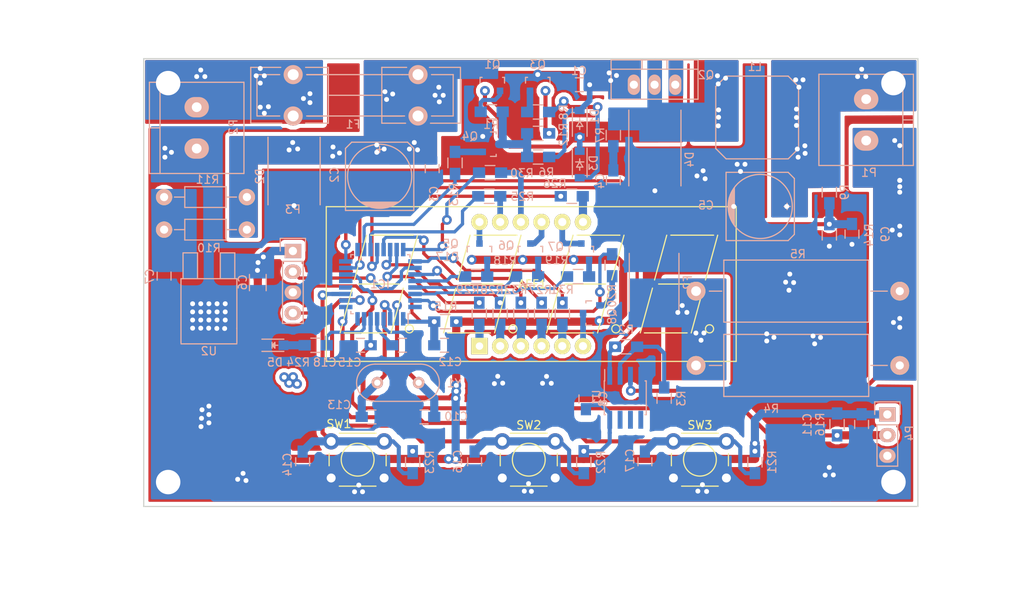
<source format=kicad_pcb>
(kicad_pcb (version 4) (host pcbnew 4.0.2-stable)
  (title_block (title peltier-power-ctrl) (date 2016-10-01) (rev v1.0) (comment 1 "design by nhantt"))
  (layers (0 F.Cu signal) (31 B.Cu signal) (34 B.Paste user) (35 F.Paste user) (36 B.SilkS user) (37 F.SilkS user) (38 B.Mask user) (39 F.Mask user) (44 Edge.Cuts user))
  (net 0 "")
  (net 1 GND)
  (net 2 +24V)
  (net 3 "Net-(C4-Pad1)")
  (net 4 Vout)
  (net 5 +5V)
  (net 6 "Net-(C7-Pad1)")
  (net 7 /V_FB)
  (net 8 "Net-(C10-Pad2)")
  (net 9 /NRST)
  (net 10 "Net-(C13-Pad2)")
  (net 11 /mode)
  (net 12 "Net-(C15-Pad1)")
  (net 13 /up)
  (net 14 /down)
  (net 15 "Net-(D1-Pad2)")
  (net 16 "Net-(D3-Pad2)")
  (net 17 "Net-(D4-Pad1)")
  (net 18 "Net-(D5-Pad2)")
  (net 19 "Net-(F1-Pad1)")
  (net 20 "Net-(F2-Pad1)")
  (net 21 "Net-(P1-Pad2)")
  (net 22 /SWIM)
  (net 23 "Net-(Q1-Pad1)")
  (net 24 "Net-(Q3-Pad1)")
  (net 25 "Net-(Q3-Pad2)")
  (net 26 "Net-(Q4-Pad1)")
  (net 27 "Net-(Q4-Pad3)")
  (net 28 "Net-(Q5-Pad1)")
  (net 29 "Net-(AFF1-Pad12)")
  (net 30 "Net-(Q6-Pad1)")
  (net 31 "Net-(AFF1-Pad9)")
  (net 32 "Net-(Q7-Pad1)")
  (net 33 "Net-(AFF1-Pad8)")
  (net 34 "Net-(Q8-Pad1)")
  (net 35 "Net-(AFF1-Pad6)")
  (net 36 "Net-(R2-Pad1)")
  (net 37 /I_FB)
  (net 38 /PWM)
  (net 39 /L1)
  (net 40 /L2)
  (net 41 /L3)
  (net 42 /L4)
  (net 43 /led_stt)
  (net 44 /A)
  (net 45 "Net-(AFF1-Pad11)")
  (net 46 /B)
  (net 47 "Net-(AFF1-Pad7)")
  (net 48 /C)
  (net 49 "Net-(AFF1-Pad4)")
  (net 50 /D)
  (net 51 "Net-(AFF1-Pad2)")
  (net 52 /E)
  (net 53 "Net-(AFF1-Pad1)")
  (net 54 /F)
  (net 55 "Net-(AFF1-Pad10)")
  (net 56 /G)
  (net 57 "Net-(AFF1-Pad5)")
  (net 58 /DP)
  (net 59 "Net-(AFF1-Pad3)")
  (net 60 "Net-(IC1-Pad8)")
  (net 61 "Net-(IC1-Pad12)")
  (net 62 "Net-(IC1-Pad13)")
  (net 63 "Net-(IC1-Pad17)")
  (net 64 "Net-(IC1-Pad32)")
  (net 65 /tmp)
  (module st-kicad-lib:TerminalBlock_Pheonix_PT-5.08mm_2pol (layer B.Cu) (at 96.5 63.5 90)
    (fp_text reference P2 (at 0.1 4.5 90) (layer B.SilkS) (effects (justify mirror)))
    (fp_text value CONN_01X02 hide)
    (pad 2 thru_hole oval (at 2.54 0 90) (size 2.5 3) (drill 1.2) (layers *.Cu *.Mask B.SilkS) (net 19 "Net-(F1-Pad1)"))
    (pad 1 thru_hole oval (at -2.54 0 90) (size 2.5 3) (drill 1.2) (layers *.Cu *.Mask B.SilkS) (net 1 GND))
  )
  (module Diodes_SMD:DO-214AB (layer B.Cu) (at 108.45 69.45 270)
    (fp_text reference D2 (at 0 4.2 270) (layer B.SilkS) (effects (justify mirror)))
    (fp_text value SMAJ36)
    (pad 2 smd rect (at 3.6 0 270) (size 2.6 3.2) (layers B.Cu B.Paste B.Mask) (net 1 GND))
    (pad 1 smd rect (at -3.6 0 270) (size 2.6 3.2) (layers B.Cu B.Paste B.Mask) (net 2 +24V))
  )
  (module Capacitors_SMD:C_0805_HandSoldering (layer B.Cu) (at 144.26 96.8 90)
    (fp_text reference C8 (at 0 2.1 90) (layer B.SilkS) (effects (justify mirror)))
    (fp_text value 100nF)
    (pad 1 smd rect (at -1.25 0 90) (size 1.5 1.25) (layers B.Cu B.Paste B.Mask) (net 5 +5V))
    (pad 2 smd rect (at 1.25 0 90) (size 1.5 1.25) (layers B.Cu B.Paste B.Mask) (net 1 GND))
  )
  (module st-kicad-lib:Cx56-12 (layer F.Cu) (at 137.5 82.5)
    (fp_text reference AFF1 (at 0.2 0.2) (layer F.SilkS))
    (fp_text value CA56-12)
    (pad 1 thru_hole rect (at -6.3 7.8) (size 2.032 2.032) (drill 0.9144) (layers *.Cu *.Mask F.SilkS) (net 53 "Net-(AFF1-Pad1)"))
    (pad 2 thru_hole circle (at -3.76 7.8) (size 2 2) (drill 1) (layers *.Cu *.Mask F.SilkS) (net 51 "Net-(AFF1-Pad2)"))
    (pad 3 thru_hole circle (at -1.22 7.8) (size 2 2) (drill 1) (layers *.Cu *.Mask F.SilkS) (net 59 "Net-(AFF1-Pad3)"))
    (pad 4 thru_hole circle (at 1.32 7.8) (size 2 2) (drill 1) (layers *.Cu *.Mask F.SilkS) (net 49 "Net-(AFF1-Pad4)"))
    (pad 5 thru_hole circle (at 3.86 7.8) (size 2 2) (drill 1) (layers *.Cu *.Mask F.SilkS) (net 57 "Net-(AFF1-Pad5)"))
    (pad 6 thru_hole circle (at 6.4 7.8) (size 2 2) (drill 1) (layers *.Cu *.Mask F.SilkS) (net 35 "Net-(AFF1-Pad6)"))
    (pad 9 thru_hole circle (at 1.32 -7.44) (size 2 2) (drill 1) (layers *.Cu *.Mask F.SilkS) (net 31 "Net-(AFF1-Pad9)"))
    (pad 8 thru_hole circle (at 3.86 -7.44) (size 2 2) (drill 1) (layers *.Cu *.Mask F.SilkS) (net 33 "Net-(AFF1-Pad8)"))
    (pad 12 thru_hole circle (at -6.3 -7.44) (size 2 2) (drill 1) (layers *.Cu *.Mask F.SilkS) (net 29 "Net-(AFF1-Pad12)"))
    (pad 11 thru_hole circle (at -3.76 -7.44) (size 2 2) (drill 1) (layers *.Cu *.Mask F.SilkS) (net 45 "Net-(AFF1-Pad11)"))
    (pad 7 thru_hole circle (at 6.4 -7.44) (size 2 2) (drill 1) (layers *.Cu *.Mask F.SilkS) (net 47 "Net-(AFF1-Pad7)"))
    (pad 10 thru_hole circle (at -1.22 -7.44) (size 2 2) (drill 1) (layers *.Cu *.Mask F.SilkS) (net 55 "Net-(AFF1-Pad10)"))
  )
  (module Fuse_Holders_and_Fuses:Fuse_SMD2920 (layer B.Cu) (at 152.63 82.47 90)
    (fp_text reference F2 (at 0 4.1275 90) (layer B.SilkS) (effects (justify mirror)))
    (fp_text value FUSE)
    (pad 1 smd rect (at -3.7 0) (size 5.6 2.3) (layers B.Cu B.Paste B.Mask) (net 20 "Net-(F2-Pad1)"))
    (pad 2 smd rect (at 3.7 0) (size 5.6 2.3) (layers B.Cu B.Paste B.Mask) (net 1 GND))
  )
  (module Capacitors_SMD:C_0805_HandSoldering (layer B.Cu) (at 143.47 58.2)
    (fp_text reference C1 (at -0.06 -1.71) (layer B.SilkS) (effects (justify mirror)))
    (fp_text value 100nF)
    (pad 1 smd rect (at -1.25 0) (size 1.5 1.25) (layers B.Cu B.Paste B.Mask) (net 1 GND))
    (pad 2 smd rect (at 1.25 0) (size 1.5 1.25) (layers B.Cu B.Paste B.Mask) (net 2 +24V))
  )
  (module Capacitors_SMD:c_elec_8x10.5 (layer B.Cu) (at 118.95 69.45 90)
    (fp_text reference C2 (at 0.19 -5.55 90) (layer B.SilkS) (effects (justify mirror)))
    (fp_text value 470uF)
    (pad 1 smd rect (at 3.2512 0 90) (size 3.50012 2.4003) (layers B.Cu B.Paste B.Mask) (net 2 +24V))
    (pad 2 smd rect (at -3.2512 0 90) (size 3.50012 2.4003) (layers B.Cu B.Paste B.Mask) (net 1 GND))
  )
  (module Capacitors_SMD:C_0805 (layer B.Cu) (at 125.4 68.5 270)
    (fp_text reference C3 (at 3.1 -0.22 270) (layer B.SilkS) (effects (justify mirror)))
    (fp_text value 100nF)
    (pad 1 smd rect (at -1 0 270) (size 1 1.25) (layers B.Cu B.Paste B.Mask) (net 2 +24V))
    (pad 2 smd rect (at 1 0 270) (size 1 1.25) (layers B.Cu B.Paste B.Mask) (net 1 GND))
  )
  (module Capacitors_SMD:C_0805_HandSoldering (layer B.Cu) (at 147.625 69.975 270)
    (fp_text reference C4 (at 0.065 1.625 270) (layer B.SilkS) (effects (justify mirror)))
    (fp_text value 220p)
    (pad 1 smd rect (at -1.25 0 270) (size 1.5 1.25) (layers B.Cu B.Paste B.Mask) (net 3 "Net-(C4-Pad1)"))
    (pad 2 smd rect (at 1.25 0 270) (size 1.5 1.25) (layers B.Cu B.Paste B.Mask) (net 1 GND))
  )
  (module Capacitors_SMD:c_elec_8x10.5 (layer B.Cu) (at 165.65 73.15)
    (fp_text reference C5 (at -6.65 -0.15) (layer B.SilkS) (effects (justify mirror)))
    (fp_text value 470uF)
    (pad 1 smd rect (at 3.2512 0) (size 3.50012 2.4003) (layers B.Cu B.Paste B.Mask) (net 4 Vout))
    (pad 2 smd rect (at -3.2512 0) (size 3.50012 2.4003) (layers B.Cu B.Paste B.Mask) (net 1 GND))
  )
  (module Capacitors_SMD:C_1206_HandSoldering (layer B.Cu) (at 104 82.5 270)
    (fp_text reference C6 (at -0.03 1.85 270) (layer B.SilkS) (effects (justify mirror)))
    (fp_text value 10uF)
    (pad 1 smd rect (at -2 0 270) (size 2 1.6) (layers B.Cu B.Paste B.Mask) (net 5 +5V))
    (pad 2 smd rect (at 2 0 270) (size 2 1.6) (layers B.Cu B.Paste B.Mask) (net 1 GND))
  )
  (module Capacitors_SMD:C_0805_HandSoldering (layer B.Cu) (at 92.5 81.7 270)
    (fp_text reference C7 (at 0.05 1.76 270) (layer B.SilkS) (effects (justify mirror)))
    (fp_text value 100nF)
    (pad 1 smd rect (at -1.25 0 270) (size 1.5 1.25) (layers B.Cu B.Paste B.Mask) (net 6 "Net-(C7-Pad1)"))
    (pad 2 smd rect (at 1.25 0 270) (size 1.5 1.25) (layers B.Cu B.Paste B.Mask) (net 1 GND))
  )
  (module Capacitors_SMD:C_0805_HandSoldering (layer B.Cu) (at 176.91 76.55 270)
    (fp_text reference C9 (at 0 -4.09 270) (layer B.SilkS) (effects (justify mirror)))
    (fp_text value 220p)
    (pad 1 smd rect (at -1.25 0 270) (size 1.5 1.25) (layers B.Cu B.Paste B.Mask) (net 7 /V_FB))
    (pad 2 smd rect (at 1.25 0 270) (size 1.5 1.25) (layers B.Cu B.Paste B.Mask) (net 1 GND))
  )
  (module Capacitors_SMD:C_0805_HandSoldering (layer B.Cu) (at 124.4 99)
    (fp_text reference C10 (at 3.94 -0.06) (layer B.SilkS) (effects (justify mirror)))
    (fp_text value 22p)
    (pad 1 smd rect (at -1.25 0) (size 1.5 1.25) (layers B.Cu B.Paste B.Mask) (net 1 GND))
    (pad 2 smd rect (at 1.25 0) (size 1.5 1.25) (layers B.Cu B.Paste B.Mask) (net 8 "Net-(C10-Pad2)"))
  )
  (module Capacitors_SMD:C_0805_HandSoldering (layer B.Cu) (at 178.09 99.92 270)
    (fp_text reference C11 (at 0.07 6.66 270) (layer B.SilkS) (effects (justify mirror)))
    (fp_text value 100nF)
    (pad 1 smd rect (at -1.25 0 270) (size 1.5 1.25) (layers B.Cu B.Paste B.Mask) (net 5 +5V))
    (pad 2 smd rect (at 1.25 0 270) (size 1.5 1.25) (layers B.Cu B.Paste B.Mask) (net 1 GND))
  )
  (module Capacitors_SMD:C_0805_HandSoldering (layer B.Cu) (at 126.9 90.2)
    (fp_text reference C12 (at 0.72 2.04) (layer B.SilkS) (effects (justify mirror)))
    (fp_text value 100nF)
    (pad 1 smd rect (at -1.25 0) (size 1.5 1.25) (layers B.Cu B.Paste B.Mask) (net 9 /NRST))
    (pad 2 smd rect (at 1.25 0) (size 1.5 1.25) (layers B.Cu B.Paste B.Mask) (net 1 GND))
  )
  (module Capacitors_SMD:C_0805_HandSoldering (layer B.Cu) (at 118 99 180)
    (fp_text reference C13 (at 4.01 1.48 180) (layer B.SilkS) (effects (justify mirror)))
    (fp_text value 22p)
    (pad 1 smd rect (at -1.25 0 180) (size 1.5 1.25) (layers B.Cu B.Paste B.Mask) (net 1 GND))
    (pad 2 smd rect (at 1.25 0 180) (size 1.5 1.25) (layers B.Cu B.Paste B.Mask) (net 10 "Net-(C13-Pad2)"))
  )
  (module Capacitors_SMD:C_0805_HandSoldering (layer B.Cu) (at 109.5 104.5 90)
    (fp_text reference C14 (at -0.36 -1.87 90) (layer B.SilkS) (effects (justify mirror)))
    (fp_text value 100nF)
    (pad 1 smd rect (at -1.25 0 90) (size 1.5 1.25) (layers B.Cu B.Paste B.Mask) (net 1 GND))
    (pad 2 smd rect (at 1.25 0 90) (size 1.5 1.25) (layers B.Cu B.Paste B.Mask) (net 11 /mode))
  )
  (module Capacitors_SMD:C_0805_HandSoldering (layer B.Cu) (at 121.75 90.2)
    (fp_text reference C15 (at -6.47 2.1) (layer B.SilkS) (effects (justify mirror)))
    (fp_text value 0.1uF)
    (pad 1 smd rect (at -1.25 0) (size 1.5 1.25) (layers B.Cu B.Paste B.Mask) (net 12 "Net-(C15-Pad1)"))
    (pad 2 smd rect (at 1.25 0) (size 1.5 1.25) (layers B.Cu B.Paste B.Mask) (net 1 GND))
  )
  (module Capacitors_SMD:C_0805_HandSoldering (layer B.Cu) (at 130.6 104.5 90)
    (fp_text reference C16 (at 0.02 -2.06 90) (layer B.SilkS) (effects (justify mirror)))
    (fp_text value 100nF)
    (pad 1 smd rect (at -1.25 0 90) (size 1.5 1.25) (layers B.Cu B.Paste B.Mask) (net 1 GND))
    (pad 2 smd rect (at 1.25 0 90) (size 1.5 1.25) (layers B.Cu B.Paste B.Mask) (net 13 /up))
  )
  (module Capacitors_SMD:C_0805_HandSoldering (layer B.Cu) (at 151.5 104.5 90)
    (fp_text reference C17 (at 0.16 -1.83 90) (layer B.SilkS) (effects (justify mirror)))
    (fp_text value 100nF)
    (pad 1 smd rect (at -1.25 0 90) (size 1.5 1.25) (layers B.Cu B.Paste B.Mask) (net 1 GND))
    (pad 2 smd rect (at 1.25 0 90) (size 1.5 1.25) (layers B.Cu B.Paste B.Mask) (net 14 /down))
  )
  (module Capacitors_SMD:C_0805_HandSoldering (layer B.Cu) (at 116.6 90.2 180)
    (fp_text reference C18 (at 4.38 -2.1 180) (layer B.SilkS) (effects (justify mirror)))
    (fp_text value 100nF)
    (pad 1 smd rect (at -1.25 0 180) (size 1.5 1.25) (layers B.Cu B.Paste B.Mask) (net 5 +5V))
    (pad 2 smd rect (at 1.25 0 180) (size 1.5 1.25) (layers B.Cu B.Paste B.Mask) (net 1 GND))
  )
  (module Diodes_SMD:SOD-123 (layer B.Cu) (at 143.5 63 270)
    (fp_text reference D1 (at -0.88 -1.82 270) (layer B.SilkS) (effects (justify mirror)))
    (fp_text value 12V)
    (pad 1 smd rect (at -1.635 0 270) (size 0.91 1.22) (layers B.Cu B.Paste B.Mask) (net 2 +24V))
    (pad 2 smd rect (at 1.635 0 270) (size 0.91 1.22) (layers B.Cu B.Paste B.Mask) (net 15 "Net-(D1-Pad2)"))
  )
  (module Diodes_SMD:SOD-123 (layer B.Cu) (at 143.5 68 270)
    (fp_text reference D3 (at -0.19 -1.69 270) (layer B.SilkS) (effects (justify mirror)))
    (fp_text value 12V)
    (pad 1 smd rect (at -1.635 0 270) (size 0.91 1.22) (layers B.Cu B.Paste B.Mask) (net 15 "Net-(D1-Pad2)"))
    (pad 2 smd rect (at 1.635 0 270) (size 0.91 1.22) (layers B.Cu B.Paste B.Mask) (net 16 "Net-(D3-Pad2)"))
  )
  (module Diodes_SMD:DO-214AB_Handsoldering (layer B.Cu) (at 152.725 67.125 270)
    (fp_text reference D4 (at 0.255 -4.245 270) (layer B.SilkS) (effects (justify mirror)))
    (fp_text value SS34)
    (pad 2 smd rect (at 4.1 0 270) (size 3.6 3.2) (layers B.Cu B.Paste B.Mask) (net 1 GND))
    (pad 1 smd rect (at -4.1 0 270) (size 3.6 3.2) (layers B.Cu B.Paste B.Mask) (net 17 "Net-(D4-Pad1)"))
  )
  (module LEDs:LED_0805 (layer B.Cu) (at 106.1 90.2)
    (fp_text reference D5 (at 0 2.1) (layer B.SilkS) (effects (justify mirror)))
    (fp_text value LED)
    (pad 2 smd rect (at 1.04902 0 180) (size 1.19888 1.19888) (layers B.Cu B.Paste B.Mask) (net 18 "Net-(D5-Pad2)"))
    (pad 1 smd rect (at -1.04902 0 180) (size 1.19888 1.19888) (layers B.Cu B.Paste B.Mask) (net 1 GND))
  )
  (module Fuse_Holders_and_Fuses:Fuseholder5x20_horiz_open_lateral_Type-II (layer B.Cu) (at 116 59.5)
    (fp_text reference F1 (at -0.32 3.57) (layer B.SilkS) (effects (justify mirror)))
    (fp_text value FUSE)
    (pad 2 thru_hole circle (at 7.66064 2.54) (size 2.3495 2.3495) (drill 1.34874) (layers *.Cu *.Mask B.SilkS) (net 2 +24V))
    (pad 2 thru_hole circle (at 7.66064 -2.54) (size 2.3495 2.3495) (drill 1.34874) (layers *.Cu *.Mask B.SilkS) (net 2 +24V))
    (pad 1 thru_hole circle (at -7.66064 2.54) (size 2.3495 2.3495) (drill 1.34874) (layers *.Cu *.Mask B.SilkS) (net 19 "Net-(F1-Pad1)"))
    (pad 1 thru_hole circle (at -7.66064 -2.54) (size 2.3495 2.3495) (drill 1.34874) (layers *.Cu *.Mask B.SilkS) (net 19 "Net-(F1-Pad1)"))
  )
  (module st-kicad-lib:LQFP-32_7x7mm_Pitch0.8mm (layer B.Cu) (at 119.04 82.7 90)
    (fp_text reference IC1 (at 0 -0.05 180) (layer B.SilkS) (effects (justify mirror)))
    (fp_text value STM8S003K3T)
    (pad 1 smd rect (at -4.25 2.8 90) (size 1.65 0.55) (layers B.Cu B.Paste B.Mask) (net 9 /NRST))
    (pad 2 smd rect (at -4.25 2 90) (size 1.65 0.55) (layers B.Cu B.Paste B.Mask) (net 8 "Net-(C10-Pad2)"))
    (pad 3 smd rect (at -4.25 1.2 90) (size 1.65 0.55) (layers B.Cu B.Paste B.Mask) (net 10 "Net-(C13-Pad2)"))
    (pad 4 smd rect (at -4.25 0.4 90) (size 1.65 0.55) (layers B.Cu B.Paste B.Mask) (net 1 GND))
    (pad 5 smd rect (at -4.25 -0.4 90) (size 1.65 0.55) (layers B.Cu B.Paste B.Mask) (net 12 "Net-(C15-Pad1)"))
    (pad 6 smd rect (at -4.25 -1.2 90) (size 1.65 0.55) (layers B.Cu B.Paste B.Mask) (net 5 +5V))
    (pad 7 smd rect (at -4.25 -2 90) (size 1.65 0.55) (layers B.Cu B.Paste B.Mask) (net 43 /led_stt))
    (pad 8 smd rect (at -4.25 -2.8 90) (size 1.65 0.55) (layers B.Cu B.Paste B.Mask) (net 60 "Net-(IC1-Pad8)"))
    (pad 9 smd rect (at -2.8 -4.25) (size 1.65 0.55) (layers B.Cu B.Paste B.Mask) (net 14 /down))
    (pad 10 smd rect (at -2 -4.25) (size 1.65 0.55) (layers B.Cu B.Paste B.Mask) (net 13 /up))
    (pad 11 smd rect (at -1.2 -4.25) (size 1.65 0.55) (layers B.Cu B.Paste B.Mask) (net 11 /mode))
    (pad 12 smd rect (at -0.4 -4.25) (size 1.65 0.55) (layers B.Cu B.Paste B.Mask) (net 61 "Net-(IC1-Pad12)"))
    (pad 13 smd rect (at 0.4 -4.25) (size 1.65 0.55) (layers B.Cu B.Paste B.Mask) (net 62 "Net-(IC1-Pad13)"))
    (pad 14 smd rect (at 1.2 -4.25) (size 1.65 0.55) (layers B.Cu B.Paste B.Mask) (net 65 /tmp))
    (pad 15 smd rect (at 2 -4.25) (size 1.65 0.55) (layers B.Cu B.Paste B.Mask) (net 37 /I_FB))
    (pad 16 smd rect (at 2.8 -4.25) (size 1.65 0.55) (layers B.Cu B.Paste B.Mask) (net 7 /V_FB))
    (pad 17 smd rect (at 4.25 -2.8 90) (size 1.65 0.55) (layers B.Cu B.Paste B.Mask) (net 63 "Net-(IC1-Pad17)"))
    (pad 18 smd rect (at 4.25 -2 90) (size 1.65 0.55) (layers B.Cu B.Paste B.Mask) (net 38 /PWM))
    (pad 19 smd rect (at 4.25 -1.2 90) (size 1.65 0.55) (layers B.Cu B.Paste B.Mask) (net 44 /A))
    (pad 20 smd rect (at 4.25 -0.4 90) (size 1.65 0.55) (layers B.Cu B.Paste B.Mask) (net 46 /B))
    (pad 21 smd rect (at 4.25 0.4 90) (size 1.65 0.55) (layers B.Cu B.Paste B.Mask) (net 48 /C))
    (pad 22 smd rect (at 4.25 1.2 90) (size 1.65 0.55) (layers B.Cu B.Paste B.Mask) (net 50 /D))
    (pad 23 smd rect (at 4.25 2 90) (size 1.65 0.55) (layers B.Cu B.Paste B.Mask) (net 52 /E))
    (pad 24 smd rect (at 4.25 2.8 90) (size 1.65 0.55) (layers B.Cu B.Paste B.Mask) (net 54 /F))
    (pad 25 smd rect (at 2.8 4.25) (size 1.65 0.55) (layers B.Cu B.Paste B.Mask) (net 56 /G))
    (pad 26 smd rect (at 2 4.25) (size 1.65 0.55) (layers B.Cu B.Paste B.Mask) (net 22 /SWIM))
    (pad 27 smd rect (at 1.2 4.25) (size 1.65 0.55) (layers B.Cu B.Paste B.Mask) (net 58 /DP))
    (pad 28 smd rect (at 0.4 4.25) (size 1.65 0.55) (layers B.Cu B.Paste B.Mask) (net 39 /L1))
    (pad 29 smd rect (at -0.4 4.25) (size 1.65 0.55) (layers B.Cu B.Paste B.Mask) (net 40 /L2))
    (pad 30 smd rect (at -1.2 4.25) (size 1.65 0.55) (layers B.Cu B.Paste B.Mask) (net 41 /L3))
    (pad 31 smd rect (at -2 4.25) (size 1.65 0.55) (layers B.Cu B.Paste B.Mask) (net 42 /L4))
    (pad 32 smd rect (at -2.8 4.25) (size 1.65 0.55) (layers B.Cu B.Paste B.Mask) (net 64 "Net-(IC1-Pad32)"))
  )
  (module Inductors:self_cms_we-tpc_XL (layer B.Cu) (at 165.275 62.225)
    (fp_text reference L1 (at -0.275 -6.225) (layer B.SilkS) (effects (justify mirror)))
    (fp_text value INDUCTOR)
    (fp_text user "" (at 0 0) (layer B.SilkS) (effects (justify mirror)))
    (fp_text user "" (at 0 0) (layer B.SilkS) (effects (justify mirror)))
    (pad 1 smd rect (at -4.826 0) (size 1.99898 3.59918) (layers B.Cu B.Paste B.Mask) (net 17 "Net-(D4-Pad1)"))
    (pad 2 smd rect (at 4.826 0) (size 1.99898 3.59918) (layers B.Cu B.Paste B.Mask) (net 4 Vout))
  )
  (module Pin_Headers:Pin_Header_Straight_1x04 (layer B.Cu) (at 108.3 78.62 180)
    (fp_text reference P3 (at 0 5.1 180) (layer B.SilkS) (effects (justify mirror)))
    (fp_text value CONN_01X04)
    (pad 1 thru_hole rect (at 0 0 180) (size 2.032 1.7272) (drill 1.016) (layers *.Cu *.Mask B.SilkS) (net 5 +5V))
    (pad 2 thru_hole oval (at 0 -2.54 180) (size 2.032 1.7272) (drill 1.016) (layers *.Cu *.Mask B.SilkS) (net 22 /SWIM))
    (pad 3 thru_hole oval (at 0 -5.08 180) (size 2.032 1.7272) (drill 1.016) (layers *.Cu *.Mask B.SilkS) (net 1 GND))
    (pad 4 thru_hole oval (at 0 -7.62 180) (size 2.032 1.7272) (drill 1.016) (layers *.Cu *.Mask B.SilkS) (net 9 /NRST))
  )
  (module Pin_Headers:Pin_Header_Straight_1x03 (layer B.Cu) (at 181.25 98.695 180)
    (fp_text reference P4 (at -2.75 -2.305 270) (layer B.SilkS) (effects (justify mirror)))
    (fp_text value CONN_01X03)
    (pad 1 thru_hole rect (at 0 0 180) (size 2.032 1.7272) (drill 1.016) (layers *.Cu *.Mask B.SilkS) (net 5 +5V))
    (pad 2 thru_hole oval (at 0 -2.54 180) (size 2.032 1.7272) (drill 1.016) (layers *.Cu *.Mask B.SilkS) (net 65 /tmp))
    (pad 3 thru_hole oval (at 0 -5.08 180) (size 2.032 1.7272) (drill 1.016) (layers *.Cu *.Mask B.SilkS) (net 1 GND))
  )
  (module TO_SOT_Packages_THT:TO-220_Neutral123_Vertical (layer B.Cu) (at 152.685 58.2 180)
    (fp_text reference Q2 (at -6.315 1.2 180) (layer B.SilkS) (effects (justify mirror)))
    (fp_text value Q_PMOS_GSD)
    (pad 2 thru_hole oval (at 0 0 90) (size 2.49936 1.50114) (drill 1.00076) (layers *.Cu *.Mask B.SilkS) (net 17 "Net-(D4-Pad1)"))
    (pad 1 thru_hole oval (at -2.54 0 90) (size 2.49936 1.50114) (drill 1.00076) (layers *.Cu *.Mask B.SilkS) (net 15 "Net-(D1-Pad2)"))
    (pad 3 thru_hole oval (at 2.54 0 90) (size 2.49936 1.50114) (drill 1.00076) (layers *.Cu *.Mask B.SilkS) (net 2 +24V))
  )
  (module st-kicad-lib:SOT-23 (layer B.Cu) (at 131.2 78.69822 180)
    (fp_text reference Q5 (at 3.55 0.96822 180) (layer B.SilkS) (effects (justify mirror)))
    (fp_text value 2SA1015)
    (pad 1 smd rect (at -0.95 -1.00076 180) (size 0.8001 0.8001) (layers B.Cu B.Paste B.Mask) (net 28 "Net-(Q5-Pad1)"))
    (pad 2 smd rect (at 0.95 -1.00076 180) (size 0.8001 0.8001) (layers B.Cu B.Paste B.Mask) (net 5 +5V))
    (pad 3 smd rect (at 0 0.99822 180) (size 0.8001 0.8001) (layers B.Cu B.Paste B.Mask) (net 29 "Net-(AFF1-Pad12)"))
  )
  (module st-kicad-lib:SOT-23 (layer B.Cu) (at 137.45 78.7 180)
    (fp_text reference Q6 (at 2.97 0.75 180) (layer B.SilkS) (effects (justify mirror)))
    (fp_text value 2SA1015)
    (pad 1 smd rect (at -0.95 -1.00076 180) (size 0.8001 0.8001) (layers B.Cu B.Paste B.Mask) (net 30 "Net-(Q6-Pad1)"))
    (pad 2 smd rect (at 0.95 -1.00076 180) (size 0.8001 0.8001) (layers B.Cu B.Paste B.Mask) (net 5 +5V))
    (pad 3 smd rect (at 0 0.99822 180) (size 0.8001 0.8001) (layers B.Cu B.Paste B.Mask) (net 31 "Net-(AFF1-Pad9)"))
  )
  (module st-kicad-lib:SOT-23 (layer B.Cu) (at 143.7 78.7 180)
    (fp_text reference Q7 (at 3.13 0.61 180) (layer B.SilkS) (effects (justify mirror)))
    (fp_text value 2SA1015)
    (pad 1 smd rect (at -0.95 -1.00076 180) (size 0.8001 0.8001) (layers B.Cu B.Paste B.Mask) (net 32 "Net-(Q7-Pad1)"))
    (pad 2 smd rect (at 0.95 -1.00076 180) (size 0.8001 0.8001) (layers B.Cu B.Paste B.Mask) (net 5 +5V))
    (pad 3 smd rect (at 0 0.99822 180) (size 0.8001 0.8001) (layers B.Cu B.Paste B.Mask) (net 33 "Net-(AFF1-Pad8)"))
  )
  (module st-kicad-lib:SOT-23 (layer B.Cu) (at 144.91 86.25 270)
    (fp_text reference Q8 (at 0.4 -2.55 270) (layer B.SilkS) (effects (justify mirror)))
    (fp_text value 2SA1015)
    (pad 1 smd rect (at -0.95 -1.00076 270) (size 0.8001 0.8001) (layers B.Cu B.Paste B.Mask) (net 34 "Net-(Q8-Pad1)"))
    (pad 2 smd rect (at 0.95 -1.00076 270) (size 0.8001 0.8001) (layers B.Cu B.Paste B.Mask) (net 5 +5V))
    (pad 3 smd rect (at 0 0.99822 270) (size 0.8001 0.8001) (layers B.Cu B.Paste B.Mask) (net 35 "Net-(AFF1-Pad6)"))
  )
  (module Resistors_SMD:R_0805_HandSoldering (layer B.Cu) (at 132.7 61.525)
    (fp_text reference R1 (at -0.06 1.585) (layer B.SilkS) (effects (justify mirror)))
    (fp_text value 2.2k)
    (pad 1 smd rect (at -1.35 0) (size 1.5 1.3) (layers B.Cu B.Paste B.Mask) (net 23 "Net-(Q1-Pad1)"))
    (pad 2 smd rect (at 1.35 0) (size 1.5 1.3) (layers B.Cu B.Paste B.Mask) (net 27 "Net-(Q4-Pad3)"))
  )
  (module Resistors_SMD:R_0805_HandSoldering (layer B.Cu) (at 149.19 90.38 180)
    (fp_text reference R2 (at 0 2.1 180) (layer B.SilkS) (effects (justify mirror)))
    (fp_text value 10k)
    (pad 1 smd rect (at -1.35 0 180) (size 1.5 1.3) (layers B.Cu B.Paste B.Mask) (net 36 "Net-(R2-Pad1)"))
    (pad 2 smd rect (at 1.35 0 180) (size 1.5 1.3) (layers B.Cu B.Paste B.Mask) (net 37 /I_FB))
  )
  (module Resistors_SMD:R_0805_HandSoldering (layer B.Cu) (at 153.86 96.73 90)
    (fp_text reference R3 (at 0 2.1 90) (layer B.SilkS) (effects (justify mirror)))
    (fp_text value 10k)
    (pad 1 smd rect (at -1.35 0 90) (size 1.5 1.3) (layers B.Cu B.Paste B.Mask) (net 1 GND))
    (pad 2 smd rect (at 1.35 0 90) (size 1.5 1.3) (layers B.Cu B.Paste B.Mask) (net 36 "Net-(R2-Pad1)"))
  )
  (module Resistors_ThroughHole:Resistor_Horizontal_RM25mm (layer B.Cu) (at 182.77368 92.675 180)
    (fp_text reference R4 (at 15.77368 -5.325 180) (layer B.SilkS) (effects (justify mirror)))
    (fp_text value R)
    (pad 1 thru_hole circle (at 0 0 180) (size 2.30124 2.30124) (drill 1.00076) (layers *.Cu *.SilkS *.Mask) (net 21 "Net-(P1-Pad2)"))
    (pad 2 thru_hole circle (at 24.99868 0 180) (size 2.30124 2.30124) (drill 1.19888) (layers *.Cu *.SilkS *.Mask) (net 20 "Net-(F2-Pad1)"))
  )
  (module Resistors_ThroughHole:Resistor_Horizontal_RM25mm (layer B.Cu) (at 182.77368 83.55 180)
    (fp_text reference R5 (at 12.49934 4.55 180) (layer B.SilkS) (effects (justify mirror)))
    (fp_text value R)
    (pad 1 thru_hole circle (at 0 0 180) (size 2.30124 2.30124) (drill 1.00076) (layers *.Cu *.SilkS *.Mask) (net 21 "Net-(P1-Pad2)"))
    (pad 2 thru_hole circle (at 24.99868 0 180) (size 2.30124 2.30124) (drill 1.19888) (layers *.Cu *.SilkS *.Mask) (net 20 "Net-(F2-Pad1)"))
  )
  (module Resistors_SMD:R_0805_HandSoldering (layer B.Cu) (at 138.4 67.075)
    (fp_text reference R6 (at 1.01 1.885) (layer B.SilkS) (effects (justify mirror)))
    (fp_text value 4.7k)
    (pad 1 smd rect (at -1.35 0) (size 1.5 1.3) (layers B.Cu B.Paste B.Mask) (net 27 "Net-(Q4-Pad3)"))
    (pad 2 smd rect (at 1.35 0) (size 1.5 1.3) (layers B.Cu B.Paste B.Mask) (net 2 +24V))
  )
  (module Resistors_SMD:R_0805_HandSoldering (layer B.Cu) (at 147.625 64.4 270)
    (fp_text reference R7 (at -0.01 1.625 270) (layer B.SilkS) (effects (justify mirror)))
    (fp_text value 10)
    (pad 1 smd rect (at -1.35 0 270) (size 1.5 1.3) (layers B.Cu B.Paste B.Mask) (net 17 "Net-(D4-Pad1)"))
    (pad 2 smd rect (at 1.35 0 270) (size 1.5 1.3) (layers B.Cu B.Paste B.Mask) (net 3 "Net-(C4-Pad1)"))
  )
  (module Resistors_SMD:R_0805_HandSoldering (layer B.Cu) (at 138.4 61.55 180)
    (fp_text reference R8 (at -3.14 -0.03 270) (layer B.SilkS) (effects (justify mirror)))
    (fp_text value 100)
    (pad 1 smd rect (at -1.35 0 180) (size 1.5 1.3) (layers B.Cu B.Paste B.Mask) (net 16 "Net-(D3-Pad2)"))
    (pad 2 smd rect (at 1.35 0 180) (size 1.5 1.3) (layers B.Cu B.Paste B.Mask) (net 25 "Net-(Q3-Pad2)"))
  )
  (module Resistors_SMD:R_0805_HandSoldering (layer B.Cu) (at 174.13 71.4 270)
    (fp_text reference R9 (at 0 -1.87 270) (layer B.SilkS) (effects (justify mirror)))
    (fp_text value 10k)
    (pad 1 smd rect (at -1.35 0 270) (size 1.5 1.3) (layers B.Cu B.Paste B.Mask) (net 4 Vout))
    (pad 2 smd rect (at 1.35 0 270) (size 1.5 1.3) (layers B.Cu B.Paste B.Mask) (net 7 /V_FB))
  )
  (module Resistors_SMD:R_0805_HandSoldering (layer B.Cu) (at 138.4 64.175 180)
    (fp_text reference R12 (at -3.11 -0.155 270) (layer B.SilkS) (effects (justify mirror)))
    (fp_text value 2.2k)
    (pad 1 smd rect (at -1.35 0 180) (size 1.5 1.3) (layers B.Cu B.Paste B.Mask) (net 24 "Net-(Q3-Pad1)"))
    (pad 2 smd rect (at 1.35 0 180) (size 1.5 1.3) (layers B.Cu B.Paste B.Mask) (net 27 "Net-(Q4-Pad3)"))
  )
  (module Resistors_SMD:R_0805_HandSoldering (layer B.Cu) (at 128.2 67.8 270)
    (fp_text reference R13 (at 3.87 0.15 270) (layer B.SilkS) (effects (justify mirror)))
    (fp_text value 2.2k)
    (pad 1 smd rect (at -1.35 0 270) (size 1.5 1.3) (layers B.Cu B.Paste B.Mask) (net 26 "Net-(Q4-Pad1)"))
    (pad 2 smd rect (at 1.35 0 270) (size 1.5 1.3) (layers B.Cu B.Paste B.Mask) (net 38 /PWM))
  )
  (module Resistors_SMD:R_0805_HandSoldering (layer B.Cu) (at 174.13 76.68 270)
    (fp_text reference R14 (at 0 -4.87 270) (layer B.SilkS) (effects (justify mirror)))
    (fp_text value 2.2k)
    (pad 1 smd rect (at -1.35 0 270) (size 1.5 1.3) (layers B.Cu B.Paste B.Mask) (net 7 /V_FB))
    (pad 2 smd rect (at 1.35 0 270) (size 1.5 1.3) (layers B.Cu B.Paste B.Mask) (net 1 GND))
  )
  (module Resistors_SMD:R_0805_HandSoldering (layer B.Cu) (at 127 87.3)
    (fp_text reference R15 (at 0.06 -1.87) (layer B.SilkS) (effects (justify mirror)))
    (fp_text value 10k)
    (pad 1 smd rect (at -1.35 0) (size 1.5 1.3) (layers B.Cu B.Paste B.Mask) (net 9 /NRST))
    (pad 2 smd rect (at 1.35 0) (size 1.5 1.3) (layers B.Cu B.Paste B.Mask) (net 5 +5V))
  )
  (module Resistors_SMD:R_0805_HandSoldering (layer B.Cu) (at 175.08 99.92 90)
    (fp_text reference R16 (at 0 -2.08 90) (layer B.SilkS) (effects (justify mirror)))
    (fp_text value 4.7K)
    (pad 1 smd rect (at -1.35 0 90) (size 1.5 1.3) (layers B.Cu B.Paste B.Mask) (net 65 /tmp))
    (pad 2 smd rect (at 1.35 0 90) (size 1.5 1.3) (layers B.Cu B.Paste B.Mask) (net 5 +5V))
  )
  (module Resistors_SMD:R_0805_HandSoldering (layer B.Cu) (at 130.8 81.76)
    (fp_text reference R17 (at -3.54 -2.43) (layer B.SilkS) (effects (justify mirror)))
    (fp_text value 2.2k)
    (pad 1 smd rect (at -1.35 0) (size 1.5 1.3) (layers B.Cu B.Paste B.Mask) (net 39 /L1))
    (pad 2 smd rect (at 1.35 0) (size 1.5 1.3) (layers B.Cu B.Paste B.Mask) (net 28 "Net-(Q5-Pad1)"))
  )
  (module Resistors_SMD:R_0805_HandSoldering (layer B.Cu) (at 137.05 81.76)
    (fp_text reference R18 (at -2.7 -1.96) (layer B.SilkS) (effects (justify mirror)))
    (fp_text value 2.2k)
    (pad 1 smd rect (at -1.35 0) (size 1.5 1.3) (layers B.Cu B.Paste B.Mask) (net 40 /L2))
    (pad 2 smd rect (at 1.35 0) (size 1.5 1.3) (layers B.Cu B.Paste B.Mask) (net 30 "Net-(Q6-Pad1)"))
  )
  (module Resistors_SMD:R_0805_HandSoldering (layer B.Cu) (at 143.3 81.76)
    (fp_text reference R19 (at -2.62 -2.03) (layer B.SilkS) (effects (justify mirror)))
    (fp_text value 2.2k)
    (pad 1 smd rect (at -1.35 0) (size 1.5 1.3) (layers B.Cu B.Paste B.Mask) (net 41 /L3))
    (pad 2 smd rect (at 1.35 0) (size 1.5 1.3) (layers B.Cu B.Paste B.Mask) (net 32 "Net-(Q7-Pad1)"))
  )
  (module Resistors_SMD:R_0805_HandSoldering (layer B.Cu) (at 147.48 80.37 270)
    (fp_text reference R20 (at 3.75 0.02 270) (layer B.SilkS) (effects (justify mirror)))
    (fp_text value 2.2k)
    (pad 1 smd rect (at -1.35 0 270) (size 1.5 1.3) (layers B.Cu B.Paste B.Mask) (net 42 /L4))
    (pad 2 smd rect (at 1.35 0 270) (size 1.5 1.3) (layers B.Cu B.Paste B.Mask) (net 34 "Net-(Q8-Pad1)"))
  )
  (module Resistors_SMD:R_0805_HandSoldering (layer B.Cu) (at 165 104.559523 90)
    (fp_text reference R21 (at 0 2.1 90) (layer B.SilkS) (effects (justify mirror)))
    (fp_text value 10k)
    (pad 1 smd rect (at -1.35 0 90) (size 1.5 1.3) (layers B.Cu B.Paste B.Mask) (net 14 /down))
    (pad 2 smd rect (at 1.35 0 90) (size 1.5 1.3) (layers B.Cu B.Paste B.Mask) (net 5 +5V))
  )
  (module Resistors_SMD:R_0805_HandSoldering (layer B.Cu) (at 144 104.559523 90)
    (fp_text reference R22 (at 0 2.1 90) (layer B.SilkS) (effects (justify mirror)))
    (fp_text value 10k)
    (pad 1 smd rect (at -1.35 0 90) (size 1.5 1.3) (layers B.Cu B.Paste B.Mask) (net 13 /up))
    (pad 2 smd rect (at 1.35 0 90) (size 1.5 1.3) (layers B.Cu B.Paste B.Mask) (net 5 +5V))
  )
  (module Resistors_SMD:R_0805_HandSoldering (layer B.Cu) (at 123 104.559523 90)
    (fp_text reference R23 (at 0 2.1 90) (layer B.SilkS) (effects (justify mirror)))
    (fp_text value 10k)
    (pad 1 smd rect (at -1.35 0 90) (size 1.5 1.3) (layers B.Cu B.Paste B.Mask) (net 11 /mode))
    (pad 2 smd rect (at 1.35 0 90) (size 1.5 1.3) (layers B.Cu B.Paste B.Mask) (net 5 +5V))
  )
  (module Resistors_SMD:R_0805_HandSoldering (layer B.Cu) (at 111.1 90.2 180)
    (fp_text reference R24 (at 2.15 -2.1 180) (layer B.SilkS) (effects (justify mirror)))
    (fp_text value 1k)
    (pad 1 smd rect (at -1.35 0 180) (size 1.5 1.3) (layers B.Cu B.Paste B.Mask) (net 43 /led_stt))
    (pad 2 smd rect (at 1.35 0 180) (size 1.5 1.3) (layers B.Cu B.Paste B.Mask) (net 18 "Net-(D5-Pad2)"))
  )
  (module Resistors_SMD:R_0805_HandSoldering (layer B.Cu) (at 132.4 71.9)
    (fp_text reference R25 (at 4.07 0.04) (layer B.SilkS) (effects (justify mirror)))
    (fp_text value 220)
    (pad 1 smd rect (at -1.35 0) (size 1.5 1.3) (layers B.Cu B.Paste B.Mask) (net 44 /A))
    (pad 2 smd rect (at 1.35 0) (size 1.5 1.3) (layers B.Cu B.Paste B.Mask) (net 45 "Net-(AFF1-Pad11)"))
  )
  (module Resistors_SMD:R_0805_HandSoldering (layer B.Cu) (at 142.525 71.9)
    (fp_text reference R26 (at -2.085 -1.57) (layer B.SilkS) (effects (justify mirror)))
    (fp_text value 220)
    (pad 1 smd rect (at -1.35 0) (size 1.5 1.3) (layers B.Cu B.Paste B.Mask) (net 46 /B))
    (pad 2 smd rect (at 1.35 0) (size 1.5 1.3) (layers B.Cu B.Paste B.Mask) (net 47 "Net-(AFF1-Pad7)"))
  )
  (module Resistors_SMD:R_0805_HandSoldering (layer B.Cu) (at 138.825 86.325 270)
    (fp_text reference R27 (at -2.925 0.185 540) (layer B.SilkS) (effects (justify mirror)))
    (fp_text value 220)
    (pad 1 smd rect (at -1.35 0 270) (size 1.5 1.3) (layers B.Cu B.Paste B.Mask) (net 48 /C))
    (pad 2 smd rect (at 1.35 0 270) (size 1.5 1.3) (layers B.Cu B.Paste B.Mask) (net 49 "Net-(AFF1-Pad4)"))
  )
  (module Resistors_SMD:R_0805_HandSoldering (layer B.Cu) (at 133.735 86.325 270)
    (fp_text reference R28 (at -2.925 1.005 540) (layer B.SilkS) (effects (justify mirror)))
    (fp_text value 220)
    (pad 1 smd rect (at -1.35 0 270) (size 1.5 1.3) (layers B.Cu B.Paste B.Mask) (net 50 /D))
    (pad 2 smd rect (at 1.35 0 270) (size 1.5 1.3) (layers B.Cu B.Paste B.Mask) (net 51 "Net-(AFF1-Pad2)"))
  )
  (module Resistors_SMD:R_0805_HandSoldering (layer B.Cu) (at 131.175 86.325 270)
    (fp_text reference R29 (at -2.985 1.415 540) (layer B.SilkS) (effects (justify mirror)))
    (fp_text value 220)
    (pad 1 smd rect (at -1.35 0 270) (size 1.5 1.3) (layers B.Cu B.Paste B.Mask) (net 52 /E))
    (pad 2 smd rect (at 1.35 0 270) (size 1.5 1.3) (layers B.Cu B.Paste B.Mask) (net 53 "Net-(AFF1-Pad1)"))
  )
  (module Resistors_SMD:R_0805_HandSoldering (layer B.Cu) (at 132.5 69)
    (fp_text reference R30 (at 3.91 0.06 180) (layer B.SilkS) (effects (justify mirror)))
    (fp_text value 220)
    (pad 1 smd rect (at -1.35 0) (size 1.5 1.3) (layers B.Cu B.Paste B.Mask) (net 54 /F))
    (pad 2 smd rect (at 1.35 0) (size 1.5 1.3) (layers B.Cu B.Paste B.Mask) (net 55 "Net-(AFF1-Pad10)"))
  )
  (module Resistors_SMD:R_0805_HandSoldering (layer B.Cu) (at 141.37 86.325 270)
    (fp_text reference R31 (at -2.955 0.04 360) (layer B.SilkS) (effects (justify mirror)))
    (fp_text value 220)
    (pad 1 smd rect (at -1.35 0 270) (size 1.5 1.3) (layers B.Cu B.Paste B.Mask) (net 56 /G))
    (pad 2 smd rect (at 1.35 0 270) (size 1.5 1.3) (layers B.Cu B.Paste B.Mask) (net 57 "Net-(AFF1-Pad5)"))
  )
  (module Resistors_SMD:R_0805_HandSoldering (layer B.Cu) (at 136.28 86.325 270)
    (fp_text reference R32 (at -2.955 0.64 540) (layer B.SilkS) (effects (justify mirror)))
    (fp_text value 220)
    (pad 1 smd rect (at -1.35 0 270) (size 1.5 1.3) (layers B.Cu B.Paste B.Mask) (net 58 /DP))
    (pad 2 smd rect (at 1.35 0 270) (size 1.5 1.3) (layers B.Cu B.Paste B.Mask) (net 59 "Net-(AFF1-Pad3)"))
  )
  (module st-kicad-lib:SOIC-8_3.9x4.9mm_Pitch1.27mm (layer B.Cu) (at 149.09 96.65 270)
    (fp_text reference U1 (at 0 3.5 270) (layer B.SilkS) (effects (justify mirror)))
    (fp_text value LM358)
    (pad 1 smd rect (at -2.7 1.905 270) (size 2.2 0.6) (layers B.Cu B.Paste B.Mask) (net 37 /I_FB))
    (pad 2 smd rect (at -2.7 0.635 270) (size 2.2 0.6) (layers B.Cu B.Paste B.Mask) (net 36 "Net-(R2-Pad1)"))
    (pad 3 smd rect (at -2.7 -0.635 270) (size 2.2 0.6) (layers B.Cu B.Paste B.Mask) (net 21 "Net-(P1-Pad2)"))
    (pad 4 smd rect (at -2.7 -1.905 270) (size 2.2 0.6) (layers B.Cu B.Paste B.Mask) (net 1 GND))
    (pad 5 smd rect (at 2.7 -1.905 270) (size 2.2 0.6) (layers B.Cu B.Paste B.Mask))
    (pad 6 smd rect (at 2.7 -0.635 270) (size 2.2 0.6) (layers B.Cu B.Paste B.Mask))
    (pad 7 smd rect (at 2.7 0.635 270) (size 2.2 0.6) (layers B.Cu B.Paste B.Mask))
    (pad 8 smd rect (at 2.7 1.905 270) (size 2.2 0.6) (layers B.Cu B.Paste B.Mask) (net 5 +5V))
  )
  (module TO_SOT_Packages_SMD:TO-252-2Lead (layer B.Cu) (at 98 80.5)
    (fp_text reference U2 (at 0 10.414) (layer B.SilkS) (effects (justify mirror)))
    (fp_text value LM7805CT)
    (pad 1 smd rect (at -2.286 0) (size 1.651 3.048) (layers B.Cu B.Paste B.Mask) (net 6 "Net-(C7-Pad1)"))
    (pad 2 smd rect (at 0 6.35) (size 6.096 6.096) (layers B.Cu B.Paste B.Mask) (net 1 GND))
    (pad 3 smd rect (at 2.286 0) (size 1.651 3.048) (layers B.Cu B.Paste B.Mask) (net 5 +5V))
  )
  (module Crystals:HC-49V (layer B.Cu) (at 118.66 94.8)
    (fp_text reference Y1 (at 9.44 0.05) (layer B.SilkS) (effects (justify mirror)))
    (fp_text value Crystal)
    (pad 1 thru_hole circle (at 0 0) (size 1.4224 1.4224) (drill 0.762) (layers *.Cu *.Mask B.SilkS) (net 10 "Net-(C13-Pad2)"))
    (pad 2 thru_hole circle (at 5.08 0) (size 1.4224 1.4224) (drill 0.762) (layers *.Cu *.Mask B.SilkS) (net 8 "Net-(C10-Pad2)"))
  )
  (module st-kicad-lib:TerminalBlock_Pheonix_PT-5.08mm_2pol (layer B.Cu) (at 178.65 62.516668 270)
    (fp_text reference P1 (at 6.483332 -0.35 540) (layer B.SilkS) (effects (justify mirror)))
    (fp_text value CONN_01X02 hide)
    (pad 2 thru_hole oval (at 2.54 0 270) (size 2.5 3) (drill 1.2) (layers *.Cu *.Mask B.SilkS) (net 21 "Net-(P1-Pad2)"))
    (pad 1 thru_hole oval (at -2.54 0 270) (size 2.5 3) (drill 1.2) (layers *.Cu *.Mask B.SilkS) (net 4 Vout))
  )
  (module st-kicad-lib:SOT-23 (layer B.Cu) (at 132.775 57.95 180)
    (fp_text reference Q1 (at 0 2.25 180) (layer B.SilkS) (effects (justify mirror)))
    (fp_text value 2SC1815)
    (pad 1 smd rect (at -0.95 -1.00076 180) (size 0.8001 0.8001) (layers B.Cu B.Paste B.Mask) (net 23 "Net-(Q1-Pad1)"))
    (pad 2 smd rect (at 0.95 -1.00076 180) (size 0.8001 0.8001) (layers B.Cu B.Paste B.Mask) (net 15 "Net-(D1-Pad2)"))
    (pad 3 smd rect (at 0 0.99822 180) (size 0.8001 0.8001) (layers B.Cu B.Paste B.Mask) (net 2 +24V))
  )
  (module st-kicad-lib:SOT-23 (layer B.Cu) (at 138.35 57.95 180)
    (fp_text reference Q3 (at 0 2.25 180) (layer B.SilkS) (effects (justify mirror)))
    (fp_text value 2SA1015)
    (pad 1 smd rect (at -0.95 -1.00076 180) (size 0.8001 0.8001) (layers B.Cu B.Paste B.Mask) (net 24 "Net-(Q3-Pad1)"))
    (pad 2 smd rect (at 0.95 -1.00076 180) (size 0.8001 0.8001) (layers B.Cu B.Paste B.Mask) (net 25 "Net-(Q3-Pad2)"))
    (pad 3 smd rect (at 0 0.99822 180) (size 0.8001 0.8001) (layers B.Cu B.Paste B.Mask) (net 1 GND))
  )
  (module st-kicad-lib:SOT-23 (layer B.Cu) (at 132.6 65.5 90)
    (fp_text reference Q4 (at 0.96 -2.57 180) (layer B.SilkS) (effects (justify mirror)))
    (fp_text value 2SC1815)
    (pad 1 smd rect (at -0.95 -1.00076 90) (size 0.8001 0.8001) (layers B.Cu B.Paste B.Mask) (net 26 "Net-(Q4-Pad1)"))
    (pad 2 smd rect (at 0.95 -1.00076 90) (size 0.8001 0.8001) (layers B.Cu B.Paste B.Mask) (net 1 GND))
    (pad 3 smd rect (at 0 0.99822 90) (size 0.8001 0.8001) (layers B.Cu B.Paste B.Mask) (net 27 "Net-(Q4-Pad3)"))
  )
  (module Resistors_ThroughHole:Resistor_Horizontal_RM10mm (layer B.Cu) (at 92.5 72)
    (fp_text reference R11 (at 5.32892 -2.15) (layer B.SilkS) (effects (justify mirror)))
    (fp_text value R)
    (pad 1 thru_hole circle (at 0 0) (size 1.99898 1.99898) (drill 1.00076) (layers *.Cu *.SilkS *.Mask) (net 6 "Net-(C7-Pad1)"))
    (pad 2 thru_hole circle (at 10.16 0) (size 1.99898 1.99898) (drill 1.00076) (layers *.Cu *.SilkS *.Mask) (net 2 +24V))
  )
  (module Resistors_ThroughHole:Resistor_Horizontal_RM10mm (layer B.Cu) (at 92.5 76)
    (fp_text reference R10 (at 5.51 2.26) (layer B.SilkS) (effects (justify mirror)))
    (fp_text value R)
    (pad 1 thru_hole circle (at 0 0) (size 1.99898 1.99898) (drill 1.00076) (layers *.Cu *.SilkS *.Mask) (net 6 "Net-(C7-Pad1)"))
    (pad 2 thru_hole circle (at 10.16 0) (size 1.99898 1.99898) (drill 1.00076) (layers *.Cu *.SilkS *.Mask) (net 2 +24V))
  )
  (module st-kicad-lib:SW_PUSH_6mm (layer F.Cu) (at 155 102)
    (fp_text reference SW3 (at 3.25 -2) (layer F.SilkS))
    (fp_text value SW_PUSH)
    (pad 2 thru_hole circle (at 0 4.5 90) (size 2 2) (drill 1.1) (layers *.Cu *.Mask) (net 1 GND))
    (pad 1 thru_hole circle (at 0 0 90) (size 2 2) (drill 1.1) (layers *.Cu *.Mask) (net 14 /down))
    (pad 2 thru_hole circle (at 6.5 4.5 90) (size 2 2) (drill 1.1) (layers *.Cu *.Mask) (net 1 GND))
    (pad 1 thru_hole circle (at 6.5 0 90) (size 2 2) (drill 1.1) (layers *.Cu *.Mask) (net 14 /down))
  )
  (module st-kicad-lib:SW_PUSH_6mm (layer F.Cu) (at 134 102)
    (fp_text reference SW2 (at 3.25 -2) (layer F.SilkS))
    (fp_text value SW_PUSH)
    (pad 2 thru_hole circle (at 0 4.5 90) (size 2 2) (drill 1.1) (layers *.Cu *.Mask) (net 1 GND))
    (pad 1 thru_hole circle (at 0 0 90) (size 2 2) (drill 1.1) (layers *.Cu *.Mask) (net 13 /up))
    (pad 2 thru_hole circle (at 6.5 4.5 90) (size 2 2) (drill 1.1) (layers *.Cu *.Mask) (net 1 GND))
    (pad 1 thru_hole circle (at 6.5 0 90) (size 2 2) (drill 1.1) (layers *.Cu *.Mask) (net 13 /up))
  )
  (module st-kicad-lib:SW_PUSH_6mm (layer F.Cu) (at 113 102)
    (fp_text reference SW1 (at 0.95 -2.14) (layer F.SilkS))
    (fp_text value SW_PUSH)
    (pad 2 thru_hole circle (at 0 4.5 90) (size 2 2) (drill 1.1) (layers *.Cu *.Mask) (net 1 GND))
    (pad 1 thru_hole circle (at 0 0 90) (size 2 2) (drill 1.1) (layers *.Cu *.Mask) (net 11 /mode))
    (pad 2 thru_hole circle (at 6.5 4.5 90) (size 2 2) (drill 1.1) (layers *.Cu *.Mask) (net 1 GND))
    (pad 1 thru_hole circle (at 6.5 0 90) (size 2 2) (drill 1.1) (layers *.Cu *.Mask) (net 11 /mode))
  )
  (gr_line (start 90 55) (end 90 110) (layer Edge.Cuts) (width 0.15))
  (gr_line (start 185 55) (end 90 55) (layer Edge.Cuts) (width 0.15))
  (gr_line (start 185 110) (end 185 55) (layer Edge.Cuts) (width 0.15))
  (gr_line (start 90 110) (end 185 110) (layer Edge.Cuts) (width 0.15))
  (via (at 182 58) (size 3.1) (drill 3) (layers F.Cu B.Cu) (net 0))
  (via (at 182 107) (size 3.1) (drill 3) (layers F.Cu B.Cu) (net 0))
  (via (at 93 107) (size 3.1) (drill 3) (layers F.Cu B.Cu) (net 0))
  (via (at 93 58) (size 3.1) (drill 3) (layers F.Cu B.Cu) (net 0))
  (segment (start 107.84 94.83) (end 108.71 94.83) (width 0.4) (layer F.Cu) (net 0))
  (segment (start 108.71 94.83) (end 108.82 94.94) (width 0.4) (layer F.Cu) (net 0))
  (via (at 108.82 94.94) (size 1.2) (drill 0.6) (layers F.Cu B.Cu) (net 0))
  (segment (start 108.33 94.1) (end 108.33 94.34) (width 0.4) (layer B.Cu) (net 0))
  (segment (start 108.33 94.34) (end 107.84 94.83) (width 0.4) (layer B.Cu) (net 0))
  (via (at 107.84 94.83) (size 1.2) (drill 0.6) (layers F.Cu B.Cu) (net 0))
  (segment (start 107.24 94.12) (end 108.31 94.12) (width 0.4) (layer F.Cu) (net 0))
  (segment (start 108.31 94.12) (end 108.33 94.1) (width 0.4) (layer F.Cu) (net 0))
  (via (at 108.33 94.1) (size 1.2) (drill 0.6) (layers F.Cu B.Cu) (net 0))
  (via (at 107.24 94.12) (size 1.2) (drill 0.6) (layers F.Cu B.Cu) (net 0))
  (segment (start 163.23 68.85) (end 162.3988 69.6812) (width 0.4) (layer B.Cu) (net 1))
  (segment (start 162.3988 69.6812) (end 162.3988 71.54985) (width 0.4) (layer B.Cu) (net 1))
  (segment (start 162.3988 71.54985) (end 162.3988 73.15) (width 0.4) (layer B.Cu) (net 1))
  (via (at 162.3988 73.15) (size 1.2) (drill 0.6) (layers F.Cu B.Cu) (net 1))
  (segment (start 163.78 67.97) (end 163.78 68.3) (width 0.4) (layer F.Cu) (net 1))
  (segment (start 163.78 68.3) (end 163.23 68.85) (width 0.4) (layer F.Cu) (net 1))
  (via (at 163.23 68.85) (size 1.2) (drill 0.6) (layers F.Cu B.Cu) (net 1))
  (segment (start 162.82 67.97) (end 163.78 67.97) (width 0.4) (layer B.Cu) (net 1))
  (via (at 163.78 67.97) (size 1.2) (drill 0.6) (layers F.Cu B.Cu) (net 1))
  (segment (start 158.89 69.75) (end 161.04 69.75) (width 0.4) (layer F.Cu) (net 1))
  (segment (start 161.04 69.75) (end 162.82 67.97) (width 0.4) (layer F.Cu) (net 1))
  (via (at 162.82 67.97) (size 1.2) (drill 0.6) (layers F.Cu B.Cu) (net 1))
  (segment (start 158.64 68.77) (end 158.64 69.5) (width 0.4) (layer F.Cu) (net 1))
  (segment (start 158.64 69.5) (end 158.89 69.75) (width 0.4) (layer F.Cu) (net 1))
  (via (at 158.89 69.75) (size 1.2) (drill 0.6) (layers F.Cu B.Cu) (net 1))
  (segment (start 157.89 69.4) (end 158.01 69.4) (width 0.4) (layer B.Cu) (net 1))
  (segment (start 158.01 69.4) (end 158.64 68.77) (width 0.4) (layer B.Cu) (net 1))
  (via (at 158.64 68.77) (size 1.2) (drill 0.6) (layers F.Cu B.Cu) (net 1))
  (segment (start 152.725 71.225) (end 156.065 71.225) (width 0.4) (layer F.Cu) (net 1))
  (segment (start 156.065 71.225) (end 157.89 69.4) (width 0.4) (layer F.Cu) (net 1))
  (via (at 157.89 69.4) (size 1.2) (drill 0.6) (layers F.Cu B.Cu) (net 1))
  (segment (start 166.45 88.79) (end 166.89 88.79) (width 0.4) (layer F.Cu) (net 1))
  (segment (start 166.89 88.79) (end 167.33 89.23) (width 0.4) (layer F.Cu) (net 1))
  (via (at 167.33 89.23) (size 1.2) (drill 0.6) (layers F.Cu B.Cu) (net 1))
  (segment (start 166.45 89.67) (end 166.45 88.79) (width 0.4) (layer B.Cu) (net 1))
  (via (at 166.45 88.79) (size 1.2) (drill 0.6) (layers F.Cu B.Cu) (net 1))
  (segment (start 172.33 90.02) (end 166.8 90.02) (width 0.4) (layer F.Cu) (net 1))
  (segment (start 166.8 90.02) (end 166.45 89.67) (width 0.4) (layer F.Cu) (net 1))
  (via (at 166.45 89.67) (size 1.2) (drill 0.6) (layers F.Cu B.Cu) (net 1))
  (segment (start 173.05 89.24) (end 173.05 89.3) (width 0.4) (layer B.Cu) (net 1))
  (segment (start 173.05 89.3) (end 172.33 90.02) (width 0.4) (layer B.Cu) (net 1))
  (via (at 172.33 90.02) (size 1.2) (drill 0.6) (layers F.Cu B.Cu) (net 1))
  (segment (start 172.13 89.06) (end 172.87 89.06) (width 0.4) (layer F.Cu) (net 1))
  (segment (start 172.87 89.06) (end 173.05 89.24) (width 0.4) (layer F.Cu) (net 1))
  (via (at 173.05 89.24) (size 1.2) (drill 0.6) (layers F.Cu B.Cu) (net 1))
  (segment (start 172.13 86.39) (end 172.13 89.06) (width 0.4) (layer B.Cu) (net 1))
  (via (at 172.13 89.06) (size 1.2) (drill 0.6) (layers F.Cu B.Cu) (net 1))
  (segment (start 169.18 83.44) (end 172.13 86.39) (width 0.4) (layer B.Cu) (net 1))
  (segment (start 169.28 81.46) (end 169.28 83.34) (width 0.4) (layer F.Cu) (net 1))
  (segment (start 169.28 83.34) (end 169.18 83.44) (width 0.4) (layer F.Cu) (net 1))
  (via (at 169.18 83.44) (size 1.2) (drill 0.6) (layers F.Cu B.Cu) (net 1))
  (segment (start 168.77 82.45) (end 168.77 81.97) (width 0.4) (layer B.Cu) (net 1))
  (segment (start 168.77 81.97) (end 169.28 81.46) (width 0.4) (layer B.Cu) (net 1))
  (via (at 169.28 81.46) (size 1.2) (drill 0.6) (layers F.Cu B.Cu) (net 1))
  (segment (start 169.75 82.5) (end 168.82 82.5) (width 0.4) (layer F.Cu) (net 1))
  (segment (start 168.82 82.5) (end 168.77 82.45) (width 0.4) (layer F.Cu) (net 1))
  (via (at 168.77 82.45) (size 1.2) (drill 0.6) (layers F.Cu B.Cu) (net 1))
  (segment (start 174.13 78.03) (end 174.13 78.13) (width 0.4) (layer B.Cu) (net 1))
  (segment (start 174.13 78.13) (end 169.76 82.5) (width 0.4) (layer B.Cu) (net 1))
  (segment (start 169.76 82.5) (end 169.75 82.5) (width 0.4) (layer B.Cu) (net 1))
  (via (at 169.75 82.5) (size 1.2) (drill 0.6) (layers F.Cu B.Cu) (net 1))
  (via (at 176.91 77.8) (size 1.2) (drill 0.6) (layers F.Cu B.Cu) (net 1))
  (via (at 174.13 78.03) (size 1.2) (drill 0.6) (layers F.Cu B.Cu) (net 1))
  (segment (start 173.62 106.15) (end 173.62 105.7) (width 0.4) (layer B.Cu) (net 1))
  (segment (start 173.62 105.7) (end 174.12 105.2) (width 0.4) (layer B.Cu) (net 1))
  (via (at 174.12 105.2) (size 1.2) (drill 0.6) (layers F.Cu B.Cu) (net 1))
  (segment (start 174.62 106.12) (end 173.65 106.12) (width 0.4) (layer F.Cu) (net 1))
  (segment (start 173.65 106.12) (end 173.62 106.15) (width 0.4) (layer F.Cu) (net 1))
  (via (at 173.62 106.15) (size 1.2) (drill 0.6) (layers F.Cu B.Cu) (net 1))
  (segment (start 181.25 103.775) (end 176.965 103.775) (width 0.4) (layer B.Cu) (net 1))
  (segment (start 176.965 103.775) (end 174.62 106.12) (width 0.4) (layer B.Cu) (net 1))
  (via (at 174.62 106.12) (size 1.2) (drill 0.6) (layers F.Cu B.Cu) (net 1))
  (segment (start 133.03 94.91) (end 133.03 94.42) (width 0.4) (layer F.Cu) (net 1))
  (segment (start 133.03 94.42) (end 133.44 94.01) (width 0.4) (layer F.Cu) (net 1))
  (via (at 133.44 94.01) (size 1.2) (drill 0.6) (layers F.Cu B.Cu) (net 1))
  (segment (start 134.05 94.85) (end 133.09 94.85) (width 0.4) (layer B.Cu) (net 1))
  (segment (start 133.09 94.85) (end 133.03 94.91) (width 0.4) (layer B.Cu) (net 1))
  (via (at 133.03 94.91) (size 1.2) (drill 0.6) (layers F.Cu B.Cu) (net 1))
  (segment (start 138.94 94.87) (end 134.07 94.87) (width 0.4) (layer F.Cu) (net 1))
  (segment (start 134.07 94.87) (end 134.05 94.85) (width 0.4) (layer F.Cu) (net 1))
  (via (at 134.05 94.85) (size 1.2) (drill 0.6) (layers F.Cu B.Cu) (net 1))
  (segment (start 138.94 94.87) (end 138.94 94.51) (width 0.4) (layer B.Cu) (net 1))
  (segment (start 138.94 94.51) (end 139.43 94.02) (width 0.4) (layer B.Cu) (net 1))
  (via (at 139.43 94.02) (size 1.2) (drill 0.6) (layers F.Cu B.Cu) (net 1))
  (segment (start 140.01 94.87) (end 138.94 94.87) (width 0.4) (layer F.Cu) (net 1))
  (via (at 138.94 94.87) (size 1.2) (drill 0.6) (layers F.Cu B.Cu) (net 1))
  (segment (start 144.26 95.55) (end 140.69 95.55) (width 0.4) (layer B.Cu) (net 1))
  (segment (start 140.69 95.55) (end 140.01 94.87) (width 0.4) (layer B.Cu) (net 1))
  (via (at 140.01 94.87) (size 1.2) (drill 0.6) (layers F.Cu B.Cu) (net 1))
  (segment (start 158 108.11) (end 158 107.88) (width 0.4) (layer F.Cu) (net 1))
  (segment (start 158 107.88) (end 158.56 107.32) (width 0.4) (layer F.Cu) (net 1))
  (via (at 158.56 107.32) (size 1.2) (drill 0.6) (layers F.Cu B.Cu) (net 1))
  (segment (start 136.7 108.11) (end 136.7 107.71) (width 0.4) (layer B.Cu) (net 1))
  (segment (start 136.7 107.71) (end 137.22 107.19) (width 0.4) (layer B.Cu) (net 1))
  (via (at 137.22 107.19) (size 1.2) (drill 0.6) (layers F.Cu B.Cu) (net 1))
  (segment (start 115.87 108.19) (end 115.87 107.89) (width 0.4) (layer F.Cu) (net 1))
  (segment (start 115.87 107.89) (end 116.39 107.37) (width 0.4) (layer F.Cu) (net 1))
  (via (at 116.39 107.37) (size 1.2) (drill 0.6) (layers F.Cu B.Cu) (net 1))
  (segment (start 158 108.11) (end 159.03 108.11) (width 0.4) (layer B.Cu) (net 1))
  (segment (start 159.03 108.11) (end 159.07 108.15) (width 0.4) (layer B.Cu) (net 1))
  (via (at 159.07 108.15) (size 1.2) (drill 0.6) (layers F.Cu B.Cu) (net 1))
  (segment (start 155 106.5) (end 156.39 106.5) (width 0.4) (layer F.Cu) (net 1))
  (segment (start 156.39 106.5) (end 158 108.11) (width 0.4) (layer F.Cu) (net 1))
  (via (at 158 108.11) (size 1.2) (drill 0.6) (layers F.Cu B.Cu) (net 1))
  (segment (start 136.7 108.11) (end 137.54 108.11) (width 0.4) (layer F.Cu) (net 1))
  (segment (start 137.54 108.11) (end 137.57 108.14) (width 0.4) (layer F.Cu) (net 1))
  (via (at 137.57 108.14) (size 1.2) (drill 0.6) (layers F.Cu B.Cu) (net 1))
  (segment (start 134 106.5) (end 135.09 106.5) (width 0.4) (layer B.Cu) (net 1))
  (segment (start 135.09 106.5) (end 136.7 108.11) (width 0.4) (layer B.Cu) (net 1))
  (via (at 136.7 108.11) (size 1.2) (drill 0.6) (layers F.Cu B.Cu) (net 1))
  (segment (start 115.87 108.19) (end 116.85 108.19) (width 0.4) (layer F.Cu) (net 1))
  (via (at 116.85 108.19) (size 1.2) (drill 0.6) (layers F.Cu B.Cu) (net 1))
  (segment (start 113 106.5) (end 114.18 106.5) (width 0.4) (layer B.Cu) (net 1))
  (segment (start 114.18 106.5) (end 115.87 108.19) (width 0.4) (layer B.Cu) (net 1))
  (via (at 115.87 108.19) (size 1.2) (drill 0.6) (layers F.Cu B.Cu) (net 1))
  (segment (start 102.19 105.93) (end 102.19 106.45) (width 0.4) (layer B.Cu) (net 1))
  (segment (start 102.19 106.45) (end 102.55 106.81) (width 0.4) (layer B.Cu) (net 1))
  (via (at 102.55 106.81) (size 1.2) (drill 0.6) (layers F.Cu B.Cu) (net 1))
  (segment (start 101.53 106.66) (end 101.53 106.59) (width 0.4) (layer F.Cu) (net 1))
  (segment (start 101.53 106.59) (end 102.19 105.93) (width 0.4) (layer F.Cu) (net 1))
  (via (at 102.19 105.93) (size 1.2) (drill 0.6) (layers F.Cu B.Cu) (net 1))
  (segment (start 101.31 108.9) (end 98.7 108.9) (width 1) (layer B.Cu) (net 1))
  (segment (start 113 108.9) (end 101.31 108.9) (width 1) (layer B.Cu) (net 1))
  (segment (start 101.31 108.9) (end 101.31 106.88) (width 0.4) (layer B.Cu) (net 1))
  (segment (start 101.31 106.88) (end 101.53 106.66) (width 0.4) (layer B.Cu) (net 1))
  (via (at 101.53 106.66) (size 1.2) (drill 0.6) (layers F.Cu B.Cu) (net 1))
  (segment (start 97.09 99.17) (end 97.09 100.13) (width 0.4) (layer B.Cu) (net 1))
  (segment (start 97.09 100.13) (end 97.03 100.19) (width 0.4) (layer B.Cu) (net 1))
  (via (at 97.03 100.19) (size 1.2) (drill 0.6) (layers F.Cu B.Cu) (net 1))
  (segment (start 97.15 98.12) (end 97.15 99.11) (width 0.4) (layer F.Cu) (net 1))
  (segment (start 97.15 99.11) (end 97.09 99.17) (width 0.4) (layer F.Cu) (net 1))
  (via (at 97.09 99.17) (size 1.2) (drill 0.6) (layers F.Cu B.Cu) (net 1))
  (segment (start 98 98.71) (end 97.74 98.71) (width 0.4) (layer B.Cu) (net 1))
  (segment (start 97.74 98.71) (end 97.15 98.12) (width 0.4) (layer B.Cu) (net 1))
  (via (at 97.15 98.12) (size 1.2) (drill 0.6) (layers F.Cu B.Cu) (net 1))
  (segment (start 98 108.2) (end 98 99.73) (width 1) (layer B.Cu) (net 1))
  (segment (start 98 98.71) (end 98 99.73) (width 0.4) (layer B.Cu) (net 1))
  (via (at 98 99.73) (size 1.2) (drill 0.6) (layers F.Cu B.Cu) (net 1))
  (segment (start 98 97.67) (end 98 98.71) (width 0.4) (layer B.Cu) (net 1))
  (via (at 98 98.71) (size 1.2) (drill 0.6) (layers F.Cu B.Cu) (net 1))
  (segment (start 98 97.67) (end 98 86.85) (width 1) (layer B.Cu) (net 1))
  (via (at 98 97.67) (size 1.2) (drill 0.6) (layers F.Cu B.Cu) (net 1))
  (via (at 99.93 88.14) (size 1.2) (drill 0.6) (layers F.Cu B.Cu) (net 1))
  (via (at 98.97 88.13) (size 1.2) (drill 0.6) (layers F.Cu B.Cu) (net 1))
  (via (at 97.97 88.1) (size 1.2) (drill 0.6) (layers F.Cu B.Cu) (net 1))
  (via (at 97 88.1) (size 1.2) (drill 0.6) (layers F.Cu B.Cu) (net 1))
  (via (at 96 88.1) (size 1.2) (drill 0.6) (layers F.Cu B.Cu) (net 1))
  (via (at 96 87.1) (size 1.2) (drill 0.6) (layers F.Cu B.Cu) (net 1))
  (via (at 97 87.1) (size 1.2) (drill 0.6) (layers F.Cu B.Cu) (net 1))
  (via (at 99 87.1) (size 1.2) (drill 0.6) (layers F.Cu B.Cu) (net 1))
  (via (at 98 87.1) (size 1.2) (drill 0.6) (layers F.Cu B.Cu) (net 1))
  (via (at 96 86.1) (size 1.2) (drill 0.6) (layers F.Cu B.Cu) (net 1))
  (via (at 97 86.1) (size 1.2) (drill 0.6) (layers F.Cu B.Cu) (net 1))
  (via (at 96 85.1) (size 1.2) (drill 0.6) (layers F.Cu B.Cu) (net 1))
  (via (at 100 87.1) (size 1.2) (drill 0.6) (layers F.Cu B.Cu) (net 1))
  (via (at 100 85.1) (size 1.2) (drill 0.6) (layers F.Cu B.Cu) (net 1))
  (via (at 100 86.1) (size 1.2) (drill 0.6) (layers F.Cu B.Cu) (net 1))
  (via (at 99 85.1) (size 1.2) (drill 0.6) (layers F.Cu B.Cu) (net 1))
  (via (at 97 85.1) (size 1.2) (drill 0.6) (layers F.Cu B.Cu) (net 1))
  (segment (start 97.2 86.1) (end 97.25 86.1) (width 0.4) (layer B.Cu) (net 1))
  (segment (start 97.25 86.1) (end 98 86.85) (width 0.4) (layer B.Cu) (net 1))
  (via (at 99 86.1) (size 1.2) (drill 0.6) (layers F.Cu B.Cu) (net 1))
  (via (at 98 86.1) (size 1.2) (drill 0.6) (layers F.Cu B.Cu) (net 1))
  (via (at 98 85.1) (size 1.2) (drill 0.6) (layers F.Cu B.Cu) (net 1))
  (segment (start 92.6 67.1) (end 92.8 67.1) (width 0.4) (layer F.Cu) (net 1))
  (segment (start 92.8 67.1) (end 93.4 66.5) (width 0.4) (layer F.Cu) (net 1))
  (via (at 93.4 66.5) (size 1.2) (drill 0.6) (layers F.Cu B.Cu) (net 1))
  (segment (start 92.6 66) (end 92.6 67.1) (width 0.4) (layer B.Cu) (net 1))
  (via (at 92.6 67.1) (size 1.2) (drill 0.6) (layers F.Cu B.Cu) (net 1))
  (segment (start 96.5 66.04) (end 92.64 66.04) (width 0.4) (layer F.Cu) (net 1))
  (segment (start 92.64 66.04) (end 92.6 66) (width 0.4) (layer F.Cu) (net 1))
  (via (at 92.6 66) (size 1.2) (drill 0.6) (layers F.Cu B.Cu) (net 1))
  (segment (start 123.905 101.08) (end 123.15 100.325) (width 0.6) (layer B.Cu) (net 1))
  (segment (start 123.15 100.325) (end 123.15 99) (width 0.6) (layer B.Cu) (net 1))
  (segment (start 125.25 101.86) (end 125.25 105.39) (width 0.6) (layer B.Cu) (net 1))
  (segment (start 123.905 101.08) (end 124.47 101.08) (width 0.6) (layer B.Cu) (net 1))
  (segment (start 124.47 101.08) (end 125.25 101.86) (width 0.6) (layer B.Cu) (net 1))
  (segment (start 125.25 105.39) (end 125.61 105.75) (width 0.6) (layer B.Cu) (net 1))
  (segment (start 125.61 105.75) (end 130.6 105.75) (width 0.6) (layer B.Cu) (net 1))
  (segment (start 127.84 92.15) (end 129.47 92.15) (width 0.5) (layer B.Cu) (net 1))
  (segment (start 129.47 92.15) (end 130.07 92.75) (width 0.5) (layer B.Cu) (net 1))
  (segment (start 133.69 95.55) (end 144.26 95.55) (width 0.5) (layer B.Cu) (net 1))
  (segment (start 130.07 92.75) (end 130.07 94.57) (width 0.5) (layer B.Cu) (net 1))
  (segment (start 130.07 94.57) (end 131.05 95.55) (width 0.5) (layer B.Cu) (net 1))
  (segment (start 131.05 95.55) (end 133.69 95.55) (width 0.5) (layer B.Cu) (net 1))
  (segment (start 127.84 92.15) (end 128.12 92.15) (width 0.5) (layer B.Cu) (net 1))
  (segment (start 123.01 92.15) (end 127.84 92.15) (width 0.5) (layer B.Cu) (net 1))
  (segment (start 131.59924 67.90076) (end 151.90076 67.90076) (width 0.4) (layer F.Cu) (net 1))
  (segment (start 151.90076 67.90076) (end 152.725 68.725) (width 0.4) (layer F.Cu) (net 1))
  (segment (start 125.4 69.5) (end 125.4 70.8) (width 0.8) (layer B.Cu) (net 1))
  (segment (start 125.4 70.8) (end 123.4988 72.7012) (width 0.8) (layer B.Cu) (net 1))
  (segment (start 123.4988 72.7012) (end 118.95 72.7012) (width 0.8) (layer B.Cu) (net 1))
  (segment (start 131.59924 66.76147) (end 131.59924 67.90076) (width 0.4) (layer F.Cu) (net 1))
  (segment (start 131.59924 67.90076) (end 130.5 69) (width 0.4) (layer F.Cu) (net 1))
  (segment (start 110.2 69) (end 108.45 70.75) (width 0.4) (layer F.Cu) (net 1))
  (segment (start 130.5 69) (end 110.2 69) (width 0.4) (layer F.Cu) (net 1))
  (segment (start 108.45 70.75) (end 108.45 73.05) (width 0.4) (layer F.Cu) (net 1))
  (segment (start 128.15 90.2) (end 128.15 92.12) (width 0.5) (layer B.Cu) (net 1))
  (segment (start 128.15 92.12) (end 128.12 92.15) (width 0.5) (layer B.Cu) (net 1))
  (segment (start 116.175 92.15) (end 115.35 92.15) (width 0.5) (layer B.Cu) (net 1))
  (segment (start 115.35 92.15) (end 105.3 92.15) (width 0.5) (layer B.Cu) (net 1))
  (segment (start 115.35 91.325) (end 115.35 92.15) (width 0.5) (layer B.Cu) (net 1))
  (segment (start 105.3 92.15) (end 105.05098 91.90098) (width 0.5) (layer B.Cu) (net 1))
  (segment (start 105.05098 91.90098) (end 105.05098 90.2) (width 0.5) (layer B.Cu) (net 1))
  (segment (start 130 58) (end 130 61.5) (width 0.5) (layer F.Cu) (net 1))
  (segment (start 130 61.5) (end 131.59924 63.09924) (width 0.5) (layer F.Cu) (net 1))
  (segment (start 131.59924 63.09924) (end 131.59924 63.64995) (width 0.5) (layer F.Cu) (net 1))
  (segment (start 131.59924 63.64995) (end 131.59924 64.55) (width 0.5) (layer F.Cu) (net 1))
  (segment (start 152.725 68.725) (end 152.725 71.225) (width 0.4) (layer F.Cu) (net 1))
  (segment (start 131.59924 64.55) (end 131.59924 66.76147) (width 0.4) (layer F.Cu) (net 1))
  (segment (start 138.35 56.95178) (end 131.04822 56.95178) (width 0.5) (layer F.Cu) (net 1))
  (segment (start 131.04822 56.95178) (end 130 58) (width 0.5) (layer F.Cu) (net 1))
  (via (at 152.725 71.225) (size 1.2) (drill 0.6) (layers F.Cu B.Cu) (net 1))
  (via (at 108.45 73.05) (size 1.2) (drill 0.6) (layers F.Cu B.Cu) (net 1))
  (segment (start 151.84 97.21) (end 152.71 98.08) (width 0.5) (layer B.Cu) (net 1))
  (segment (start 152.71 98.08) (end 153.86 98.08) (width 0.5) (layer B.Cu) (net 1))
  (segment (start 151.84 97.21) (end 151.03 97.21) (width 0.5) (layer B.Cu) (net 1))
  (segment (start 151.03 97.21) (end 147.63 97.21) (width 0.5) (layer B.Cu) (net 1))
  (segment (start 150.995 93.95) (end 150.995 97.175) (width 0.5) (layer B.Cu) (net 1))
  (segment (start 150.995 97.175) (end 151.03 97.21) (width 0.5) (layer B.Cu) (net 1))
  (segment (start 147.63 97.21) (end 145.97 95.55) (width 0.5) (layer B.Cu) (net 1))
  (segment (start 145.97 95.55) (end 144.26 95.55) (width 0.5) (layer B.Cu) (net 1))
  (segment (start 152.63 78.77) (end 152.63 71.32) (width 2) (layer B.Cu) (net 1))
  (segment (start 152.63 71.32) (end 152.725 71.225) (width 2) (layer B.Cu) (net 1))
  (segment (start 178.83 103.76) (end 178.09 103.02) (width 1) (layer B.Cu) (net 1))
  (segment (start 178.09 103.02) (end 178.09 101.17) (width 1) (layer B.Cu) (net 1))
  (segment (start 179.219 103.76) (end 178.83 103.76) (width 1) (layer B.Cu) (net 1))
  (segment (start 181.25 103.775) (end 179.234 103.775) (width 1) (layer B.Cu) (net 1))
  (segment (start 179.234 103.775) (end 179.219 103.76) (width 1) (layer B.Cu) (net 1))
  (segment (start 179.7 108.88) (end 181.25 107.33) (width 1) (layer B.Cu) (net 1))
  (segment (start 181.25 107.33) (end 181.25 103.775) (width 1) (layer B.Cu) (net 1))
  (segment (start 174.129 108.88) (end 179.7 108.88) (width 1) (layer B.Cu) (net 1))
  (segment (start 161.5 108.9) (end 174.109 108.9) (width 1) (layer B.Cu) (net 1))
  (segment (start 174.109 108.9) (end 174.129 108.88) (width 1) (layer B.Cu) (net 1))
  (segment (start 163.85 78.03) (end 162.3988 76.5788) (width 1) (layer B.Cu) (net 1))
  (segment (start 162.3988 76.5788) (end 162.3988 73.15) (width 1) (layer B.Cu) (net 1))
  (segment (start 174.13 78.03) (end 163.85 78.03) (width 1) (layer B.Cu) (net 1))
  (segment (start 174.13 78.03) (end 176.68 78.03) (width 1) (layer B.Cu) (net 1))
  (segment (start 176.68 78.03) (end 176.91 77.8) (width 1) (layer B.Cu) (net 1))
  (segment (start 121.37 92.15) (end 123.01 92.15) (width 0.5) (layer B.Cu) (net 1))
  (segment (start 123 90.2) (end 123 91.325) (width 0.5) (layer B.Cu) (net 1))
  (segment (start 123.01 91.335) (end 123.01 92.15) (width 0.5) (layer B.Cu) (net 1))
  (segment (start 123 91.325) (end 123.01 91.335) (width 0.5) (layer B.Cu) (net 1))
  (via (at 131.59924 64.55) (size 1.2) (drill 0.6) (layers F.Cu B.Cu) (net 1))
  (via (at 138.35 56.95178) (size 1.2) (drill 0.6) (layers F.Cu B.Cu) (net 1))
  (segment (start 152.725 71.225) (end 160.4738 71.225) (width 1.5) (layer B.Cu) (net 1))
  (segment (start 160.4738 71.225) (end 162.3988 73.15) (width 1.5) (layer B.Cu) (net 1))
  (segment (start 152.725 71.225) (end 147.625 71.225) (width 1) (layer B.Cu) (net 1))
  (segment (start 138.35 56.95178) (end 140.97178 56.95178) (width 0.7) (layer B.Cu) (net 1))
  (segment (start 140.97178 56.95178) (end 142.22 58.2) (width 0.7) (layer B.Cu) (net 1))
  (segment (start 161.5 108.9) (end 134.05 108.9) (width 1) (layer B.Cu) (net 1))
  (segment (start 134.05 108.9) (end 113 108.9) (width 1) (layer B.Cu) (net 1))
  (segment (start 134 106.5) (end 134 108.85) (width 1) (layer B.Cu) (net 1))
  (segment (start 134 108.85) (end 134.05 108.9) (width 1) (layer B.Cu) (net 1))
  (segment (start 107.98 75.97) (end 108.45 75.5) (width 0.7) (layer B.Cu) (net 1))
  (segment (start 108.45 75.5) (end 108.45 73.05) (width 0.7) (layer B.Cu) (net 1))
  (segment (start 106.32 75.97) (end 107.98 75.97) (width 0.7) (layer B.Cu) (net 1))
  (segment (start 104.37 77.92) (end 106.32 75.97) (width 0.7) (layer B.Cu) (net 1))
  (segment (start 98 77.92) (end 98 82.802) (width 1) (layer B.Cu) (net 1))
  (segment (start 98 77.92) (end 104.37 77.92) (width 0.7) (layer B.Cu) (net 1))
  (segment (start 98 69.79) (end 98 77.92) (width 1) (layer B.Cu) (net 1))
  (segment (start 96.5 66.04) (end 96.5 68.29) (width 1) (layer B.Cu) (net 1))
  (segment (start 96.5 68.29) (end 98 69.79) (width 1) (layer B.Cu) (net 1))
  (segment (start 98 82.802) (end 98 86.85) (width 1) (layer B.Cu) (net 1))
  (segment (start 121.44 99) (end 123.15 99) (width 1) (layer B.Cu) (net 1))
  (segment (start 119.25 99) (end 121.44 99) (width 1) (layer B.Cu) (net 1))
  (segment (start 116.175 92.15) (end 121.37 92.15) (width 0.5) (layer B.Cu) (net 1))
  (segment (start 115.35 90.2) (end 115.35 91.325) (width 0.5) (layer B.Cu) (net 1))
  (segment (start 98.7 108.9) (end 98 108.2) (width 1) (layer B.Cu) (net 1))
  (segment (start 161.5 106.5) (end 161.5 108.9) (width 1) (layer B.Cu) (net 1))
  (segment (start 113 108.9) (end 113 106.5) (width 1) (layer B.Cu) (net 1))
  (segment (start 108.3 83.7) (end 104.8 83.7) (width 1) (layer B.Cu) (net 1))
  (segment (start 104.8 83.7) (end 104 84.5) (width 1) (layer B.Cu) (net 1))
  (segment (start 104 87) (end 104 87.9) (width 1) (layer B.Cu) (net 1))
  (segment (start 104 87.9) (end 105.05098 88.95098) (width 1) (layer B.Cu) (net 1))
  (segment (start 105.05098 88.95098) (end 105.05098 90.2) (width 1) (layer B.Cu) (net 1))
  (segment (start 119.44 86.95) (end 119.44 87.94) (width 0.4) (layer B.Cu) (net 1))
  (segment (start 119.44 87.94) (end 120.1 88.6) (width 0.4) (layer B.Cu) (net 1))
  (segment (start 120.1 88.6) (end 122.425 88.6) (width 0.4) (layer B.Cu) (net 1))
  (segment (start 122.425 88.6) (end 123 89.175) (width 0.4) (layer B.Cu) (net 1))
  (segment (start 123 89.175) (end 123 90.2) (width 0.4) (layer B.Cu) (net 1))
  (segment (start 118.18 73.4712) (end 118.95 72.7012) (width 0.9) (layer B.Cu) (net 1))
  (segment (start 108.45 73.05) (end 118.6012 73.05) (width 2) (layer B.Cu) (net 1))
  (segment (start 118.6012 73.05) (end 118.95 72.7012) (width 2) (layer B.Cu) (net 1))
  (segment (start 155 106.5) (end 161.5 106.5) (width 1) (layer B.Cu) (net 1))
  (segment (start 113 106.5) (end 119.5 106.5) (width 1) (layer B.Cu) (net 1))
  (segment (start 134 106.5) (end 140.5 106.5) (width 1) (layer B.Cu) (net 1))
  (segment (start 155 106.5) (end 152.25 106.5) (width 1) (layer B.Cu) (net 1))
  (segment (start 152.25 106.5) (end 151.5 105.75) (width 1) (layer B.Cu) (net 1))
  (segment (start 134 106.5) (end 131.35 106.5) (width 1) (layer B.Cu) (net 1))
  (segment (start 131.35 106.5) (end 130.6 105.75) (width 1) (layer B.Cu) (net 1))
  (segment (start 113 106.5) (end 110.25 106.5) (width 1) (layer B.Cu) (net 1))
  (segment (start 110.25 106.5) (end 109.5 105.75) (width 1) (layer B.Cu) (net 1))
  (segment (start 104 84.5) (end 104 87) (width 1) (layer B.Cu) (net 1))
  (segment (start 104 87) (end 98.15 87) (width 1) (layer B.Cu) (net 1))
  (segment (start 98.15 87) (end 98 86.85) (width 1) (layer B.Cu) (net 1))
  (segment (start 92.5 82.95) (end 92.5 87) (width 1) (layer B.Cu) (net 1))
  (segment (start 92.5 87) (end 97.85 87) (width 1) (layer B.Cu) (net 1))
  (segment (start 97.85 87) (end 98 86.85) (width 1) (layer B.Cu) (net 1))
  (segment (start 147.3 57.69) (end 148.33 56.66) (width 0.4) (layer B.Cu) (net 2))
  (segment (start 147.11 56.75) (end 147.11 57.5) (width 0.4) (layer F.Cu) (net 2))
  (segment (start 147.11 57.5) (end 147.3 57.69) (width 0.4) (layer F.Cu) (net 2))
  (via (at 147.3 57.69) (size 1.2) (drill 0.6) (layers F.Cu B.Cu) (net 2))
  (segment (start 148.01 57.07) (end 147.43 57.07) (width 0.4) (layer B.Cu) (net 2))
  (segment (start 147.43 57.07) (end 147.11 56.75) (width 0.4) (layer B.Cu) (net 2))
  (via (at 147.11 56.75) (size 1.2) (drill 0.6) (layers F.Cu B.Cu) (net 2))
  (segment (start 150.145 58.2) (end 149.14 58.2) (width 0.4) (layer F.Cu) (net 2))
  (segment (start 149.14 58.2) (end 148.01 57.07) (width 0.4) (layer F.Cu) (net 2))
  (via (at 148.01 57.07) (size 1.2) (drill 0.6) (layers F.Cu B.Cu) (net 2))
  (segment (start 122.6 66.1) (end 122.6 65.9) (width 0.4) (layer B.Cu) (net 2))
  (via (at 123.2 65.3) (size 1.2) (drill 0.6) (layers F.Cu B.Cu) (net 2))
  (segment (start 122.6 65.9) (end 123.2 65.3) (width 0.4) (layer B.Cu) (net 2))
  (segment (start 122.6 66.1) (end 123.5 66.1) (width 0.4) (layer B.Cu) (net 2))
  (segment (start 123.5 66.1) (end 123.6 66.2) (width 0.4) (layer B.Cu) (net 2))
  (via (at 123.6 66.2) (size 1.2) (drill 0.6) (layers F.Cu B.Cu) (net 2))
  (segment (start 119.5 66.1) (end 122.6 66.1) (width 0.4) (layer F.Cu) (net 2))
  (via (at 122.6 66.1) (size 1.2) (drill 0.6) (layers F.Cu B.Cu) (net 2))
  (via (at 119.5 66.1) (size 1.2) (drill 0.6) (layers F.Cu B.Cu) (net 2))
  (via (at 118.6 65.6) (size 1.2) (drill 0.6) (layers F.Cu B.Cu) (net 2))
  (via (at 118.6 66.5) (size 1.2) (drill 0.6) (layers F.Cu B.Cu) (net 2))
  (segment (start 119.8 60.01) (end 119.88 60.01) (width 0.4) (layer F.Cu) (net 2))
  (segment (start 119.88 60.01) (end 120.55 59.34) (width 0.4) (layer F.Cu) (net 2))
  (via (at 120.55 59.34) (size 1.2) (drill 0.6) (layers F.Cu B.Cu) (net 2))
  (segment (start 119.6 59.06) (end 119.6 59.81) (width 0.4) (layer B.Cu) (net 2))
  (segment (start 119.6 59.81) (end 119.8 60.01) (width 0.4) (layer B.Cu) (net 2))
  (via (at 119.8 60.01) (size 1.2) (drill 0.6) (layers F.Cu B.Cu) (net 2))
  (segment (start 113.19 66.98) (end 113.2 66.98) (width 0.4) (layer B.Cu) (net 2))
  (segment (start 113.2 66.98) (end 114.33 65.85) (width 0.4) (layer B.Cu) (net 2))
  (via (at 114.02 66.59) (size 1.2) (drill 0.6) (layers F.Cu B.Cu) (net 2))
  (segment (start 113.23 65.85) (end 113.23 66.94) (width 0.4) (layer F.Cu) (net 2))
  (segment (start 113.23 66.94) (end 113.19 66.98) (width 0.4) (layer F.Cu) (net 2))
  (via (at 113.19 66.98) (size 1.2) (drill 0.6) (layers F.Cu B.Cu) (net 2))
  (via (at 113.23 65.85) (size 1.2) (drill 0.6) (layers F.Cu B.Cu) (net 2))
  (segment (start 118.95 66.1988) (end 118.95 63.91) (width 0.4) (layer B.Cu) (net 2))
  (segment (start 118.95 63.91) (end 119 63.86) (width 0.4) (layer B.Cu) (net 2))
  (segment (start 119 62.08) (end 119 63.86) (width 2) (layer B.Cu) (net 2))
  (segment (start 119 63.86) (end 119 66.7488) (width 2) (layer B.Cu) (net 2))
  (via (at 144.72 58.2) (size 1.2) (drill 0.6) (layers F.Cu B.Cu) (net 2))
  (segment (start 114.33 65.85) (end 118.6012 65.85) (width 2) (layer B.Cu) (net 2))
  (via (at 108.28 65.3) (size 1.2) (drill 0.6) (layers F.Cu B.Cu) (net 2))
  (segment (start 113.23 65.85) (end 114.33 65.85) (width 2) (layer B.Cu) (net 2))
  (segment (start 108.45 65.85) (end 113.23 65.85) (width 2) (layer B.Cu) (net 2))
  (via (at 108.89 66.09) (size 1.2) (drill 0.6) (layers F.Cu B.Cu) (net 2))
  (via (at 107.84 66.21) (size 1.2) (drill 0.6) (layers F.Cu B.Cu) (net 2))
  (segment (start 123.66064 59.5) (end 123.260633 59.5) (width 0.4) (layer B.Cu) (net 2))
  (via (at 126.27 60.3) (size 1.2) (drill 0.6) (layers F.Cu B.Cu) (net 2))
  (segment (start 125.75 59.5) (end 126.75 59.5) (width 0.4) (layer B.Cu) (net 2))
  (via (at 126.75 59.5) (size 1.2) (drill 0.6) (layers F.Cu B.Cu) (net 2))
  (segment (start 124.75 59.5) (end 125.75 59.5) (width 0.4) (layer B.Cu) (net 2))
  (via (at 125.75 59.5) (size 1.2) (drill 0.6) (layers F.Cu B.Cu) (net 2))
  (segment (start 123.66064 59.5) (end 124.75 59.5) (width 0.4) (layer F.Cu) (net 2))
  (via (at 126.21 58.51) (size 1.2) (drill 0.6) (layers F.Cu B.Cu) (net 2))
  (segment (start 123.66064 59.5) (end 123.66064 62.04) (width 2) (layer B.Cu) (net 2))
  (segment (start 123.66064 56.96) (end 123.66064 59.5) (width 2) (layer B.Cu) (net 2))
  (via (at 119.6 59.06) (size 1.2) (drill 0.6) (layers F.Cu B.Cu) (net 2))
  (segment (start 139.75 67.075) (end 139.85 67.075) (width 0.5) (layer B.Cu) (net 2))
  (segment (start 139.85 67.075) (end 139.855 67.07) (width 0.5) (layer B.Cu) (net 2))
  (segment (start 139.855 67.07) (end 140.81 67.07) (width 0.5) (layer B.Cu) (net 2))
  (segment (start 140.81 67.07) (end 141.62 66.26) (width 0.5) (layer B.Cu) (net 2))
  (segment (start 141.62 66.26) (end 141.62 62.135) (width 0.5) (layer B.Cu) (net 2))
  (segment (start 141.62 62.135) (end 142.39 61.365) (width 0.5) (layer B.Cu) (net 2))
  (segment (start 142.39 61.365) (end 143.5 61.365) (width 0.5) (layer B.Cu) (net 2))
  (segment (start 144.72 58.2) (end 144.72 60.145) (width 0.7) (layer B.Cu) (net 2))
  (segment (start 144.72 60.145) (end 143.5 61.365) (width 0.7) (layer B.Cu) (net 2))
  (segment (start 144.72 55.69) (end 149.475 55.69) (width 0.7) (layer B.Cu) (net 2))
  (segment (start 150.145 56.36) (end 150.145 58.2) (width 0.7) (layer B.Cu) (net 2))
  (segment (start 149.475 55.69) (end 150.145 56.36) (width 0.7) (layer B.Cu) (net 2))
  (segment (start 144.72 55.69) (end 144.72 58.2) (width 0.7) (layer B.Cu) (net 2))
  (segment (start 132.98 55.69) (end 144.72 55.69) (width 0.7) (layer B.Cu) (net 2))
  (segment (start 132.775 55.895) (end 132.98 55.69) (width 0.7) (layer B.Cu) (net 2))
  (segment (start 132.775 56.95178) (end 132.775 55.895) (width 0.7) (layer B.Cu) (net 2))
  (segment (start 125.4 67.5) (end 120.2512 67.5) (width 1) (layer B.Cu) (net 2))
  (segment (start 132.775 56.95178) (end 123.66886 56.95178) (width 0.8) (layer B.Cu) (net 2))
  (segment (start 123.66886 56.95178) (end 123.66064 56.96) (width 0.8) (layer B.Cu) (net 2))
  (segment (start 108.45 65.85) (end 104.2 65.85) (width 2) (layer B.Cu) (net 2))
  (segment (start 104.2 65.85) (end 102.66 67.39) (width 2) (layer B.Cu) (net 2))
  (segment (start 102.66 67.39) (end 102.66 76) (width 2) (layer B.Cu) (net 2))
  (segment (start 102.66 72) (end 102.66 76) (width 1) (layer B.Cu) (net 2))
  (segment (start 118.6512 66.4) (end 119 66.7488) (width 2) (layer B.Cu) (net 2))
  (segment (start 119.04 62.04) (end 119 62.08) (width 2) (layer B.Cu) (net 2))
  (segment (start 123.66064 62.04) (end 119.04 62.04) (width 2) (layer B.Cu) (net 2))
  (segment (start 147.625 65.75) (end 147.625 68.725) (width 1) (layer B.Cu) (net 3))
  (segment (start 177.6 57.2) (end 177.6 56.8) (width 0.4) (layer B.Cu) (net 4))
  (segment (start 177.6 56.8) (end 178.1 56.3) (width 0.4) (layer B.Cu) (net 4))
  (via (at 178.1 56.3) (size 1.2) (drill 0.6) (layers F.Cu B.Cu) (net 4))
  (segment (start 178.6 57.2) (end 177.6 57.2) (width 0.4) (layer F.Cu) (net 4))
  (via (at 177.6 57.2) (size 1.2) (drill 0.6) (layers F.Cu B.Cu) (net 4))
  (segment (start 178.65 59.976668) (end 178.65 57.25) (width 0.4) (layer B.Cu) (net 4))
  (segment (start 178.65 57.25) (end 178.6 57.2) (width 0.4) (layer B.Cu) (net 4))
  (via (at 178.6 57.2) (size 1.2) (drill 0.6) (layers F.Cu B.Cu) (net 4))
  (segment (start 170.9 57.6) (end 170.9 58) (width 0.4) (layer B.Cu) (net 4))
  (segment (start 170.9 58) (end 170.4 58.5) (width 0.4) (layer B.Cu) (net 4))
  (via (at 170.4 58.5) (size 1.2) (drill 0.6) (layers F.Cu B.Cu) (net 4))
  (segment (start 170 57.6) (end 170.9 57.6) (width 0.4) (layer F.Cu) (net 4))
  (via (at 170.9 57.6) (size 1.2) (drill 0.6) (layers F.Cu B.Cu) (net 4))
  (segment (start 170.1 61.2) (end 170.1 57.7) (width 0.4) (layer B.Cu) (net 4))
  (segment (start 170.1 57.7) (end 170 57.6) (width 0.4) (layer B.Cu) (net 4))
  (via (at 170 57.6) (size 1.2) (drill 0.6) (layers F.Cu B.Cu) (net 4))
  (via (at 168.9012 73.15) (size 1.2) (drill 0.6) (layers F.Cu B.Cu) (net 4))
  (segment (start 171.13 65.7) (end 171.13 66.6) (width 0.4) (layer B.Cu) (net 4))
  (segment (start 171.13 66.6) (end 171.16 66.63) (width 0.4) (layer B.Cu) (net 4))
  (via (at 171.16 66.63) (size 1.2) (drill 0.6) (layers F.Cu B.Cu) (net 4))
  (segment (start 170.101 64.91) (end 170.34 64.91) (width 0.4) (layer F.Cu) (net 4))
  (segment (start 170.34 64.91) (end 171.13 65.7) (width 0.4) (layer F.Cu) (net 4))
  (via (at 171.13 65.7) (size 1.2) (drill 0.6) (layers F.Cu B.Cu) (net 4))
  (segment (start 170.101 66.03) (end 170.101 67.11) (width 2) (layer B.Cu) (net 4))
  (segment (start 170.101 67.11) (end 170.101 69.95) (width 2) (layer B.Cu) (net 4))
  (segment (start 170.101 66.03) (end 170.101 67.11) (width 0.4) (layer F.Cu) (net 4))
  (via (at 170.3 67.1) (size 1.2) (drill 0.6) (layers F.Cu B.Cu) (net 4))
  (segment (start 170.101 64.91) (end 170.101 66.03) (width 2) (layer B.Cu) (net 4))
  (segment (start 170.101 64.91) (end 170.101 66.03) (width 0.4) (layer F.Cu) (net 4))
  (via (at 170.2 66.1) (size 1.2) (drill 0.6) (layers F.Cu B.Cu) (net 4))
  (via (at 170.1 61.2) (size 1.2) (drill 0.6) (layers F.Cu B.Cu) (net 4))
  (segment (start 170.101 62.225) (end 170.101 64.91) (width 2) (layer B.Cu) (net 4))
  (via (at 170.101 63.2) (size 1.2) (drill 0.6) (layers F.Cu B.Cu) (net 4))
  (via (at 170.101 62.225) (size 1.2) (drill 0.6) (layers F.Cu B.Cu) (net 4))
  (segment (start 174.13 70.05) (end 170.201 70.05) (width 1) (layer B.Cu) (net 4))
  (segment (start 170.101 69.95) (end 170.101 71.9502) (width 2) (layer B.Cu) (net 4))
  (segment (start 170.201 70.05) (end 170.101 69.95) (width 1) (layer B.Cu) (net 4))
  (segment (start 170.101 71.9502) (end 168.9012 73.15) (width 2) (layer B.Cu) (net 4))
  (segment (start 170.253332 59.976668) (end 170.101 60.129) (width 2) (layer B.Cu) (net 4))
  (segment (start 170.101 60.129) (end 170.101 62.225) (width 2) (layer B.Cu) (net 4))
  (segment (start 178.65 59.976668) (end 170.253332 59.976668) (width 2) (layer B.Cu) (net 4))
  (segment (start 104.87 79.63) (end 104 80.5) (width 1) (layer B.Cu) (net 5))
  (segment (start 105.88 78.62) (end 104.87 79.63) (width 1) (layer B.Cu) (net 5))
  (via (at 104.68 79.35) (size 1.2) (drill 0.6) (layers F.Cu B.Cu) (net 5))
  (segment (start 165 102.26) (end 165 103.209523) (width 1) (layer B.Cu) (net 5))
  (segment (start 165 99.39) (end 165 102.26) (width 1) (layer B.Cu) (net 5))
  (via (at 165 102.26) (size 1.2) (drill 0.6) (layers F.Cu B.Cu) (net 5))
  (segment (start 108.3 78.62) (end 105.88 78.62) (width 1) (layer B.Cu) (net 5))
  (segment (start 105.33 78.62) (end 105.89 78.62) (width 1) (layer F.Cu) (net 5))
  (segment (start 103.96 79.99) (end 105.33 78.62) (width 1) (layer F.Cu) (net 5))
  (segment (start 105.89 78.62) (end 108.3 78.62) (width 1) (layer F.Cu) (net 5))
  (segment (start 103.96 81) (end 103.96 79.99) (width 1) (layer B.Cu) (net 5))
  (segment (start 104 82.02) (end 104 81.34) (width 1) (layer F.Cu) (net 5))
  (segment (start 104 100.3) (end 104 82.02) (width 1) (layer F.Cu) (net 5))
  (segment (start 104 82.02) (end 103.96 81.98) (width 1) (layer F.Cu) (net 5))
  (segment (start 103.96 81.98) (end 103.96 79.99) (width 1) (layer F.Cu) (net 5))
  (segment (start 104 81.34) (end 104 80.5) (width 1) (layer F.Cu) (net 5))
  (via (at 103.96 81) (size 1.2) (drill 0.6) (layers F.Cu B.Cu) (net 5))
  (segment (start 104 80.5) (end 104.01 80.5) (width 1) (layer F.Cu) (net 5))
  (segment (start 122.99 104.16) (end 127.41 104.16) (width 1) (layer F.Cu) (net 5))
  (segment (start 127.41 104.16) (end 128.28 104.16) (width 1) (layer F.Cu) (net 5))
  (segment (start 128.28 104.16) (end 127.41 104.16) (width 1) (layer B.Cu) (net 5))
  (via (at 127.41 104.16) (size 1.2) (drill 0.6) (layers F.Cu B.Cu) (net 5))
  (segment (start 128.35 87.3) (end 128.35 95.12) (width 1) (layer F.Cu) (net 5))
  (via (at 128.35 95.12) (size 1.2) (drill 0.6) (layers F.Cu B.Cu) (net 5))
  (segment (start 128.35 95.12) (end 128.35 95.85) (width 1) (layer F.Cu) (net 5))
  (segment (start 128.35 95.85) (end 128.35 95.12) (width 1) (layer B.Cu) (net 5))
  (segment (start 128.28 104.16) (end 128.28 96.71) (width 1) (layer B.Cu) (net 5))
  (segment (start 128.28 96.71) (end 128.28 95.92) (width 1) (layer B.Cu) (net 5))
  (segment (start 128.35 95.85) (end 128.35 96.64) (width 0.4) (layer F.Cu) (net 5))
  (segment (start 128.35 96.64) (end 128.28 96.71) (width 0.4) (layer F.Cu) (net 5))
  (via (at 128.28 96.71) (size 1.2) (drill 0.6) (layers F.Cu B.Cu) (net 5))
  (segment (start 117.85 90.2) (end 116.91 91.14) (width 0.6) (layer F.Cu) (net 5))
  (segment (start 116.91 91.14) (end 116.91 96.13) (width 0.6) (layer F.Cu) (net 5))
  (segment (start 116.91 96.13) (end 117.44599 96.66599) (width 0.6) (layer F.Cu) (net 5))
  (segment (start 117.44599 96.66599) (end 118.32599 96.66599) (width 0.6) (layer F.Cu) (net 5))
  (segment (start 117.85 90.2) (end 117.81 90.2) (width 0.6) (layer F.Cu) (net 5))
  (segment (start 118.32599 96.66599) (end 127.53401 96.66599) (width 0.6) (layer F.Cu) (net 5))
  (segment (start 127.53401 96.66599) (end 128.35 95.85) (width 0.6) (layer F.Cu) (net 5))
  (segment (start 128.28 95.92) (end 128.35 95.85) (width 1) (layer B.Cu) (net 5))
  (via (at 128.35 95.85) (size 1.2) (drill 0.6) (layers F.Cu B.Cu) (net 5))
  (segment (start 128.28 104.16) (end 143.97 104.16) (width 1) (layer F.Cu) (net 5))
  (via (at 128.28 104.16) (size 1.2) (drill 0.6) (layers F.Cu B.Cu) (net 5))
  (via (at 117.85 90.2) (size 1.2) (drill 0.6) (layers F.Cu B.Cu) (net 5))
  (segment (start 165.02 104.13) (end 165.02 103.229523) (width 1) (layer F.Cu) (net 5))
  (segment (start 165.02 103.229523) (end 165 103.209523) (width 1) (layer F.Cu) (net 5))
  (via (at 165 103.209523) (size 1.2) (drill 0.6) (layers F.Cu B.Cu) (net 5))
  (segment (start 144.01 104.16) (end 165.03 104.16) (width 1) (layer F.Cu) (net 5))
  (segment (start 143.97 104.16) (end 144 104.13) (width 1) (layer F.Cu) (net 5))
  (segment (start 144 104.13) (end 144 103.209523) (width 1) (layer F.Cu) (net 5))
  (segment (start 122.99 104.16) (end 112.564078 104.16) (width 1) (layer F.Cu) (net 5))
  (segment (start 123 103.209523) (end 123 104.15) (width 1) (layer F.Cu) (net 5))
  (segment (start 123 104.15) (end 122.99 104.16) (width 1) (layer F.Cu) (net 5))
  (segment (start 107.85 104.15) (end 104 100.3) (width 1) (layer F.Cu) (net 5))
  (via (at 104.03 80.04) (size 1.2) (drill 0.6) (layers F.Cu B.Cu) (net 5))
  (segment (start 112.554078 104.15) (end 107.85 104.15) (width 1) (layer F.Cu) (net 5))
  (segment (start 112.564078 104.16) (end 112.554078 104.15) (width 1) (layer F.Cu) (net 5))
  (segment (start 148.834001 80.44) (end 148.834001 86.305999) (width 1) (layer F.Cu) (net 5))
  (segment (start 142.75 79.70076) (end 148.094761 79.70076) (width 1) (layer F.Cu) (net 5))
  (segment (start 148.094761 79.70076) (end 148.834001 80.44) (width 1) (layer F.Cu) (net 5))
  (segment (start 148.834001 86.305999) (end 147.94 87.2) (width 1) (layer F.Cu) (net 5))
  (segment (start 147.94 87.2) (end 145.91076 87.2) (width 1) (layer F.Cu) (net 5))
  (segment (start 147.185 99.35) (end 147.185 98.55) (width 0.5) (layer B.Cu) (net 5))
  (segment (start 146.185 97.55) (end 144.76 97.55) (width 0.5) (layer B.Cu) (net 5))
  (segment (start 147.185 98.55) (end 146.185 97.55) (width 0.5) (layer B.Cu) (net 5))
  (segment (start 144.76 97.55) (end 144.26 98.05) (width 0.5) (layer B.Cu) (net 5))
  (segment (start 146.79 102.52) (end 146.100477 103.209523) (width 0.5) (layer B.Cu) (net 5))
  (segment (start 147.18 100.955) (end 147.18 102.13) (width 0.5) (layer B.Cu) (net 5))
  (segment (start 147.18 102.13) (end 146.79 102.52) (width 0.5) (layer B.Cu) (net 5))
  (segment (start 147.185 99.35) (end 147.185 100.95) (width 0.5) (layer B.Cu) (net 5))
  (segment (start 147.185 100.95) (end 147.18 100.955) (width 0.5) (layer B.Cu) (net 5))
  (segment (start 146.100477 103.209523) (end 144 103.209523) (width 0.5) (layer B.Cu) (net 5))
  (segment (start 144 103.32) (end 144 103.209523) (width 0.7) (layer F.Cu) (net 5))
  (via (at 144 103.209523) (size 1.2) (drill 0.6) (layers F.Cu B.Cu) (net 5))
  (segment (start 123 103.209523) (end 123 103.309523) (width 0.7) (layer F.Cu) (net 5))
  (via (at 123 103.209523) (size 1.2) (drill 0.6) (layers F.Cu B.Cu) (net 5))
  (segment (start 165.82 98.57) (end 165 99.39) (width 1) (layer B.Cu) (net 5))
  (segment (start 175.08 98.57) (end 165.82 98.57) (width 1) (layer B.Cu) (net 5))
  (segment (start 178.09 98.67) (end 175.18 98.67) (width 1) (layer B.Cu) (net 5))
  (segment (start 175.18 98.67) (end 175.08 98.57) (width 1) (layer B.Cu) (net 5))
  (segment (start 181.25 98.695) (end 178.115 98.695) (width 1) (layer B.Cu) (net 5))
  (segment (start 178.115 98.695) (end 178.09 98.67) (width 1) (layer B.Cu) (net 5))
  (segment (start 128.35 87.3) (end 145.81076 87.3) (width 1) (layer F.Cu) (net 5))
  (segment (start 145.81076 87.3) (end 145.91076 87.2) (width 1) (layer F.Cu) (net 5))
  (via (at 128.35 87.3) (size 1.2) (drill 0.6) (layers F.Cu B.Cu) (net 5))
  (via (at 145.91076 87.2) (size 1.2) (drill 0.6) (layers F.Cu B.Cu) (net 5))
  (segment (start 136.5 79.70076) (end 142.75 79.70076) (width 1) (layer F.Cu) (net 5))
  (via (at 142.75 79.70076) (size 1.2) (drill 0.6) (layers F.Cu B.Cu) (net 5))
  (segment (start 130.25 79.69898) (end 136.49822 79.69898) (width 1) (layer F.Cu) (net 5))
  (segment (start 136.49822 79.69898) (end 136.5 79.70076) (width 1) (layer F.Cu) (net 5))
  (via (at 136.5 79.70076) (size 1.2) (drill 0.6) (layers F.Cu B.Cu) (net 5))
  (via (at 130.25 79.69898) (size 1.2) (drill 0.6) (layers F.Cu B.Cu) (net 5))
  (segment (start 117.84 86.95) (end 117.84 90.19) (width 0.5) (layer B.Cu) (net 5))
  (segment (start 117.84 90.19) (end 117.85 90.2) (width 0.5) (layer B.Cu) (net 5))
  (segment (start 100.286 80.5) (end 104 80.5) (width 1.5) (layer B.Cu) (net 5))
  (segment (start 92.5 72) (end 92.5 76) (width 0.4) (layer B.Cu) (net 6))
  (segment (start 92.5 80.45) (end 95.664 80.45) (width 1) (layer B.Cu) (net 6))
  (segment (start 95.664 80.45) (end 95.714 80.5) (width 1) (layer B.Cu) (net 6))
  (segment (start 92.5 72) (end 92.5 80.45) (width 1) (layer B.Cu) (net 6))
  (segment (start 154 75.33) (end 153.83 75.33) (width 0.4) (layer F.Cu) (net 7))
  (segment (start 153.83 75.33) (end 148.5 70) (width 0.4) (layer F.Cu) (net 7))
  (segment (start 148.5 70) (end 116.05 70) (width 0.4) (layer F.Cu) (net 7))
  (segment (start 116.05 70) (end 114.8 71.25) (width 0.4) (layer F.Cu) (net 7))
  (segment (start 114.8 71.25) (end 114.8 73.5) (width 0.4) (layer F.Cu) (net 7))
  (segment (start 114.8 73.5) (end 114.8 77.86) (width 0.4) (layer F.Cu) (net 7))
  (segment (start 174.13 75.33) (end 154 75.33) (width 0.5) (layer F.Cu) (net 7))
  (segment (start 114.8 77.86) (end 114.8 79.89) (width 0.4) (layer B.Cu) (net 7))
  (segment (start 114.8 79.89) (end 114.79 79.9) (width 0.4) (layer B.Cu) (net 7))
  (via (at 114.8 77.86) (size 1.2) (drill 0.6) (layers F.Cu B.Cu) (net 7))
  (segment (start 114.8 75.46) (end 114.8 77.86) (width 0.4) (layer F.Cu) (net 7))
  (via (at 174.13 75.33) (size 1.2) (drill 0.6) (layers F.Cu B.Cu) (net 7))
  (segment (start 174.13 75.33) (end 176.88 75.33) (width 1) (layer B.Cu) (net 7))
  (segment (start 176.88 75.33) (end 176.91 75.3) (width 1) (layer B.Cu) (net 7))
  (segment (start 174.13 72.75) (end 174.13 75.33) (width 1) (layer B.Cu) (net 7))
  (segment (start 121.081642 85.285512) (end 121.081642 92.141642) (width 0.5) (layer F.Cu) (net 8))
  (segment (start 121.081642 92.141642) (end 123.74 94.8) (width 0.5) (layer F.Cu) (net 8))
  (segment (start 121.04 86.95) (end 121.04 85.327154) (width 0.5) (layer B.Cu) (net 8))
  (segment (start 121.04 85.327154) (end 121.081642 85.285512) (width 0.5) (layer B.Cu) (net 8))
  (via (at 121.081642 85.285512) (size 1.2) (drill 0.6) (layers F.Cu B.Cu) (net 8))
  (segment (start 125.65 99) (end 125.65 96.71) (width 1) (layer B.Cu) (net 8))
  (segment (start 125.65 96.71) (end 123.74 94.8) (width 1) (layer B.Cu) (net 8))
  (segment (start 125.65 87.3) (end 124.03 87.3) (width 0.4) (layer F.Cu) (net 9))
  (segment (start 124.03 87.3) (end 122.9 86.17) (width 0.4) (layer F.Cu) (net 9))
  (segment (start 122.9 86.17) (end 122.9 84.65) (width 0.4) (layer F.Cu) (net 9))
  (segment (start 122.9 84.65) (end 121.845999 83.595999) (width 0.4) (layer F.Cu) (net 9))
  (segment (start 121.845999 83.595999) (end 116.735999 83.595999) (width 0.4) (layer F.Cu) (net 9))
  (segment (start 116.735999 83.595999) (end 116.06 82.92) (width 0.4) (layer F.Cu) (net 9))
  (segment (start 110.67 85.89) (end 110.32 86.24) (width 0.4) (layer F.Cu) (net 9))
  (segment (start 116.06 82.92) (end 111.04 82.92) (width 0.4) (layer F.Cu) (net 9))
  (segment (start 111.04 82.92) (end 110.67 83.29) (width 0.4) (layer F.Cu) (net 9))
  (segment (start 110.67 83.29) (end 110.67 85.89) (width 0.4) (layer F.Cu) (net 9))
  (segment (start 110.32 86.24) (end 108.3 86.24) (width 0.4) (layer F.Cu) (net 9))
  (via (at 125.65 87.3) (size 1.2) (drill 0.6) (layers F.Cu B.Cu) (net 9))
  (segment (start 125.65 87.3) (end 122.19 87.3) (width 0.5) (layer B.Cu) (net 9))
  (segment (start 122.19 87.3) (end 121.84 86.95) (width 0.5) (layer B.Cu) (net 9))
  (segment (start 125.65 87.3) (end 125.65 90.2) (width 1) (layer B.Cu) (net 9))
  (segment (start 119.57 85.25) (end 119.57 93.89) (width 0.5) (layer F.Cu) (net 10))
  (segment (start 119.57 93.89) (end 118.66 94.8) (width 0.5) (layer F.Cu) (net 10))
  (segment (start 119.57 85.25) (end 119.558301 85.25) (width 0.5) (layer F.Cu) (net 10))
  (segment (start 119.57 85.25) (end 120.24 85.92) (width 0.4) (layer B.Cu) (net 10))
  (segment (start 120.24 85.92) (end 120.24 86.95) (width 0.4) (layer B.Cu) (net 10))
  (via (at 119.57 85.25) (size 1.2) (drill 0.6) (layers F.Cu B.Cu) (net 10))
  (segment (start 116.75 99) (end 116.75 96.71) (width 1) (layer B.Cu) (net 10))
  (segment (start 116.75 96.71) (end 118.66 94.8) (width 1) (layer B.Cu) (net 10))
  (segment (start 111.95 84.05) (end 112.1 83.9) (width 0.5) (layer B.Cu) (net 11))
  (segment (start 112.1 83.9) (end 114.79 83.9) (width 0.5) (layer B.Cu) (net 11))
  (segment (start 111.95 84.05) (end 111.95 100.95) (width 0.5) (layer F.Cu) (net 11))
  (segment (start 111.95 100.95) (end 113 102) (width 0.5) (layer F.Cu) (net 11))
  (segment (start 113.125 83.9) (end 114.79 83.9) (width 0.5) (layer B.Cu) (net 11))
  (via (at 111.95 84.05) (size 1.2) (drill 0.6) (layers F.Cu B.Cu) (net 11))
  (segment (start 123 105.909523) (end 121.85 105.909523) (width 0.5) (layer B.Cu) (net 11))
  (segment (start 121.85 105.909523) (end 121.3 105.359523) (width 0.5) (layer B.Cu) (net 11))
  (segment (start 120.6 102) (end 119.5 102) (width 0.5) (layer B.Cu) (net 11))
  (segment (start 121.3 105.359523) (end 121.3 102.7) (width 0.5) (layer B.Cu) (net 11))
  (segment (start 121.3 102.7) (end 120.6 102) (width 0.5) (layer B.Cu) (net 11))
  (segment (start 113 102) (end 119.5 102) (width 1) (layer B.Cu) (net 11))
  (segment (start 113 102) (end 110.75 102) (width 1) (layer B.Cu) (net 11))
  (segment (start 110.75 102) (end 109.5 103.25) (width 1) (layer B.Cu) (net 11))
  (segment (start 118.64 86.95) (end 118.64 88.24) (width 0.4) (layer B.Cu) (net 12))
  (segment (start 118.64 88.24) (end 120.5 90.1) (width 0.4) (layer B.Cu) (net 12))
  (segment (start 120.5 90.1) (end 120.5 90.2) (width 0.4) (layer B.Cu) (net 12))
  (segment (start 134 102) (end 124.05 102) (width 0.5) (layer F.Cu) (net 13))
  (segment (start 124.05 102) (end 122.12 100.07) (width 0.5) (layer F.Cu) (net 13))
  (segment (start 113.11 98.62) (end 113.11 85.69) (width 0.5) (layer F.Cu) (net 13))
  (segment (start 122.12 100.07) (end 114.56 100.07) (width 0.5) (layer F.Cu) (net 13))
  (segment (start 114.56 100.07) (end 113.11 98.62) (width 0.5) (layer F.Cu) (net 13))
  (segment (start 113.11 85.69) (end 114.15 84.65) (width 0.5) (layer F.Cu) (net 13))
  (segment (start 114.15 84.65) (end 116.52 84.65) (width 0.5) (layer F.Cu) (net 13))
  (segment (start 114.79 84.7) (end 116.47 84.7) (width 0.5) (layer B.Cu) (net 13))
  (segment (start 116.47 84.7) (end 116.52 84.65) (width 0.5) (layer B.Cu) (net 13))
  (via (at 116.52 84.65) (size 1.2) (drill 0.6) (layers F.Cu B.Cu) (net 13))
  (segment (start 140.5 102) (end 141.1 102) (width 0.5) (layer B.Cu) (net 13))
  (segment (start 141.1 102) (end 142.2 103.1) (width 0.5) (layer B.Cu) (net 13))
  (segment (start 142.2 103.1) (end 142.2 105.259523) (width 0.5) (layer B.Cu) (net 13))
  (segment (start 142.2 105.259523) (end 142.85 105.909523) (width 0.5) (layer B.Cu) (net 13))
  (segment (start 142.85 105.909523) (end 144 105.909523) (width 0.5) (layer B.Cu) (net 13))
  (segment (start 134 102) (end 140.5 102) (width 1) (layer B.Cu) (net 13))
  (segment (start 134 102) (end 131.85 102) (width 1) (layer B.Cu) (net 13))
  (segment (start 131.85 102) (end 130.6 103.25) (width 1) (layer B.Cu) (net 13))
  (segment (start 114.4 87.27) (end 114.4 98) (width 0.5) (layer F.Cu) (net 14))
  (segment (start 114.4 98) (end 115.44 99.04) (width 0.5) (layer F.Cu) (net 14))
  (segment (start 115.44 99.04) (end 123.67 99.04) (width 0.5) (layer F.Cu) (net 14))
  (segment (start 123.67 99.04) (end 124.37 99.74) (width 0.5) (layer F.Cu) (net 14))
  (segment (start 124.37 99.74) (end 142.07 99.74) (width 0.5) (layer F.Cu) (net 14))
  (segment (start 142.07 99.74) (end 144.33 102) (width 0.5) (layer F.Cu) (net 14))
  (segment (start 144.33 102) (end 155 102) (width 0.5) (layer F.Cu) (net 14))
  (segment (start 114.79 85.5) (end 114.79 86.88) (width 0.4) (layer B.Cu) (net 14))
  (segment (start 114.79 86.88) (end 114.4 87.27) (width 0.4) (layer B.Cu) (net 14))
  (via (at 114.4 87.27) (size 1.2) (drill 0.6) (layers F.Cu B.Cu) (net 14))
  (segment (start 161.5 102) (end 162.5 102) (width 0.5) (layer B.Cu) (net 14))
  (segment (start 162.5 102) (end 163.2 102.7) (width 0.5) (layer B.Cu) (net 14))
  (segment (start 163.2 102.7) (end 163.2 105.259523) (width 0.5) (layer B.Cu) (net 14))
  (segment (start 163.2 105.259523) (end 163.85 105.909523) (width 0.5) (layer B.Cu) (net 14))
  (segment (start 163.85 105.909523) (end 165 105.909523) (width 0.5) (layer B.Cu) (net 14))
  (segment (start 155 102) (end 161.5 102) (width 1) (layer B.Cu) (net 14))
  (segment (start 155 102) (end 152.75 102) (width 1) (layer B.Cu) (net 14))
  (segment (start 152.75 102) (end 151.5 103.25) (width 1) (layer B.Cu) (net 14))
  (segment (start 131.87401 58.95076) (end 131.87401 60.62401) (width 0.5) (layer F.Cu) (net 15))
  (segment (start 131.87401 60.62401) (end 133.7 62.45) (width 0.5) (layer F.Cu) (net 15))
  (segment (start 133.7 62.45) (end 133.7 64.6) (width 0.5) (layer F.Cu) (net 15))
  (segment (start 133.7 64.6) (end 134.9 65.8) (width 0.5) (layer F.Cu) (net 15))
  (segment (start 143.345 64.79) (end 143.5 64.635) (width 0.5) (layer F.Cu) (net 15))
  (segment (start 134.9 65.8) (end 141.83 65.8) (width 0.5) (layer F.Cu) (net 15))
  (segment (start 141.83 65.8) (end 142.84 64.79) (width 0.5) (layer F.Cu) (net 15))
  (segment (start 142.84 64.79) (end 143.345 64.79) (width 0.5) (layer F.Cu) (net 15))
  (segment (start 155.225 63.365) (end 153.955 64.635) (width 1) (layer F.Cu) (net 15))
  (segment (start 153.955 64.635) (end 143.5 64.635) (width 1) (layer F.Cu) (net 15))
  (segment (start 155.225 58.2) (end 155.225 63.365) (width 1) (layer F.Cu) (net 15))
  (via (at 143.5 64.635) (size 1.2) (drill 0.6) (layers F.Cu B.Cu) (net 15))
  (segment (start 131.825 58.95076) (end 131.87401 58.95076) (width 0.5) (layer B.Cu) (net 15))
  (via (at 131.87401 58.95076) (size 1.2) (drill 0.6) (layers F.Cu B.Cu) (net 15))
  (segment (start 143.5 64.635) (end 143.5 66.365) (width 0.7) (layer B.Cu) (net 15))
  (segment (start 142.26 60.95) (end 142.27 60.94) (width 0.5) (layer F.Cu) (net 16))
  (segment (start 142.27 60.94) (end 145.7 60.94) (width 0.5) (layer F.Cu) (net 16))
  (segment (start 141.55 60.24) (end 142.26 60.95) (width 0.5) (layer F.Cu) (net 16))
  (via (at 145.7 60.94) (size 1.2) (drill 0.6) (layers F.Cu B.Cu) (net 16))
  (segment (start 145.7 68.74) (end 145.7 60.94) (width 0.5) (layer B.Cu) (net 16))
  (segment (start 144.83 69.61) (end 145.7 68.74) (width 0.5) (layer B.Cu) (net 16))
  (segment (start 143.68 69.61) (end 144.83 69.61) (width 0.5) (layer B.Cu) (net 16))
  (segment (start 143.5 69.635) (end 143.655 69.635) (width 0.5) (layer B.Cu) (net 16))
  (segment (start 143.655 69.635) (end 143.68 69.61) (width 0.5) (layer B.Cu) (net 16))
  (segment (start 139.75 61.55) (end 140.24 61.55) (width 0.5) (layer B.Cu) (net 16))
  (segment (start 140.24 61.55) (end 141.55 60.24) (width 0.5) (layer B.Cu) (net 16))
  (via (at 141.55 60.24) (size 1.2) (drill 0.6) (layers F.Cu B.Cu) (net 16))
  (segment (start 161.4 57.4) (end 160.7 57.4) (width 0.4) (layer F.Cu) (net 17))
  (segment (start 160.7 57.4) (end 160.4 57.1) (width 0.4) (layer F.Cu) (net 17))
  (via (at 160.4 57.1) (size 1.2) (drill 0.6) (layers F.Cu B.Cu) (net 17))
  (segment (start 160.5 58.1) (end 160.7 58.1) (width 0.4) (layer B.Cu) (net 17))
  (segment (start 160.7 58.1) (end 161.4 57.4) (width 0.4) (layer B.Cu) (net 17))
  (via (at 161.4 57.4) (size 1.2) (drill 0.6) (layers F.Cu B.Cu) (net 17))
  (segment (start 160.54 61.29) (end 160.54 58.14) (width 0.4) (layer F.Cu) (net 17))
  (segment (start 160.54 58.14) (end 160.5 58.1) (width 0.4) (layer F.Cu) (net 17))
  (via (at 160.5 58.1) (size 1.2) (drill 0.6) (layers F.Cu B.Cu) (net 17))
  (segment (start 160.449 62.225) (end 160.449 59.469) (width 0.4) (layer F.Cu) (net 17))
  (segment (start 160.449 59.469) (end 160.39 59.41) (width 0.4) (layer F.Cu) (net 17))
  (via (at 160.54 61.29) (size 1.2) (drill 0.6) (layers F.Cu B.Cu) (net 17))
  (segment (start 160.449 62.225) (end 160.449 60.335003) (width 0.4) (layer F.Cu) (net 17))
  (via (at 160.54 62.2) (size 1.2) (drill 0.6) (layers F.Cu B.Cu) (net 17))
  (segment (start 160.449 60.335003) (end 160.45 60.334003) (width 0.4) (layer F.Cu) (net 17))
  (via (at 160.5 63.25) (size 1.2) (drill 0.6) (layers F.Cu B.Cu) (net 17))
  (segment (start 152.685 58.2) (end 152.685 62.985) (width 1.5) (layer B.Cu) (net 17))
  (segment (start 152.685 62.985) (end 152.725 63.025) (width 1.5) (layer B.Cu) (net 17))
  (segment (start 160.449 62.225) (end 153.525 62.225) (width 2) (layer B.Cu) (net 17))
  (segment (start 153.525 62.225) (end 152.725 63.025) (width 2) (layer B.Cu) (net 17))
  (segment (start 147.625 63.05) (end 152.7 63.05) (width 1.2) (layer B.Cu) (net 17))
  (segment (start 152.7 63.05) (end 152.725 63.025) (width 1.2) (layer B.Cu) (net 17))
  (segment (start 109.75 90.2) (end 107.14902 90.2) (width 1) (layer B.Cu) (net 18))
  (segment (start 110.4 60.4) (end 110.1 60.4) (width 0.4) (layer F.Cu) (net 19))
  (segment (start 110.1 60.4) (end 109.6 59.9) (width 0.4) (layer F.Cu) (net 19))
  (via (at 109.6 59.9) (size 1.2) (drill 0.6) (layers F.Cu B.Cu) (net 19))
  (segment (start 110.4 59.3) (end 110.4 60.4) (width 0.4) (layer B.Cu) (net 19))
  (via (at 110.4 60.4) (size 1.2) (drill 0.6) (layers F.Cu B.Cu) (net 19))
  (segment (start 108.33936 56.96) (end 108.33936 57.23936) (width 0.4) (layer F.Cu) (net 19))
  (segment (start 108.33936 57.23936) (end 110.4 59.3) (width 0.4) (layer F.Cu) (net 19))
  (via (at 110.4 59.3) (size 1.2) (drill 0.6) (layers F.Cu B.Cu) (net 19))
  (segment (start 104.3 60.96) (end 104.7 60.96) (width 2) (layer B.Cu) (net 19))
  (segment (start 105.5 60.96) (end 104.7 60.96) (width 0.4) (layer F.Cu) (net 19))
  (segment (start 104.7 60.96) (end 105.5 60.96) (width 2) (layer B.Cu) (net 19))
  (via (at 104.8 61.7) (size 1.2) (drill 0.6) (layers F.Cu B.Cu) (net 19))
  (via (at 105.3 60.9) (size 1.2) (drill 0.6) (layers F.Cu B.Cu) (net 19))
  (segment (start 105.5 60.96) (end 107.87936 60.96) (width 2) (layer B.Cu) (net 19))
  (segment (start 104.3 60.96) (end 105.5 60.96) (width 0.4) (layer F.Cu) (net 19))
  (segment (start 96.5 60.96) (end 104.3 60.96) (width 2) (layer B.Cu) (net 19))
  (segment (start 104.3 58) (end 104.3 60.96) (width 0.4) (layer F.Cu) (net 19))
  (via (at 104.3 60.96) (size 1.2) (drill 0.6) (layers F.Cu B.Cu) (net 19))
  (segment (start 104.3 56.2) (end 104.3 58) (width 0.4) (layer B.Cu) (net 19))
  (via (at 104.3 58) (size 1.2) (drill 0.6) (layers F.Cu B.Cu) (net 19))
  (segment (start 104.8 57.1) (end 104.8 56.7) (width 0.4) (layer F.Cu) (net 19))
  (segment (start 104.8 56.7) (end 104.3 56.2) (width 0.4) (layer F.Cu) (net 19))
  (via (at 104.3 56.2) (size 1.2) (drill 0.6) (layers F.Cu B.Cu) (net 19))
  (segment (start 103.8 57.1) (end 104.8 57.1) (width 0.4) (layer B.Cu) (net 19))
  (via (at 104.8 57.1) (size 1.2) (drill 0.6) (layers F.Cu B.Cu) (net 19))
  (segment (start 97.5 57.2) (end 103.7 57.2) (width 0.4) (layer F.Cu) (net 19))
  (segment (start 103.7 57.2) (end 103.8 57.1) (width 0.4) (layer F.Cu) (net 19))
  (via (at 103.8 57.1) (size 1.2) (drill 0.6) (layers F.Cu B.Cu) (net 19))
  (segment (start 97.5 57.2) (end 97.5 56.9) (width 0.4) (layer B.Cu) (net 19))
  (segment (start 97.5 56.9) (end 97 56.4) (width 0.4) (layer B.Cu) (net 19))
  (via (at 97 56.4) (size 1.2) (drill 0.6) (layers F.Cu B.Cu) (net 19))
  (segment (start 96.5 57.2) (end 97.5 57.2) (width 0.4) (layer F.Cu) (net 19))
  (via (at 97.5 57.2) (size 1.2) (drill 0.6) (layers F.Cu B.Cu) (net 19))
  (segment (start 96.5 60.96) (end 96.5 57.2) (width 0.4) (layer B.Cu) (net 19))
  (via (at 96.5 57.2) (size 1.2) (drill 0.6) (layers F.Cu B.Cu) (net 19))
  (segment (start 108.33936 56.96) (end 108.33936 60.5) (width 2) (layer B.Cu) (net 19))
  (segment (start 108.33936 60.5) (end 108.33936 62.04) (width 2) (layer B.Cu) (net 19))
  (segment (start 107.87936 60.96) (end 108.33936 60.5) (width 2) (layer B.Cu) (net 19))
  (segment (start 157.775 86.3) (end 157.775 88.68) (width 2) (layer B.Cu) (net 20))
  (segment (start 157.775 88.68) (end 157.775 92.675) (width 2) (layer B.Cu) (net 20))
  (segment (start 158.39 89.58) (end 158.39 89.295) (width 0.4) (layer B.Cu) (net 20))
  (segment (start 158.39 89.295) (end 157.775 88.68) (width 0.4) (layer B.Cu) (net 20))
  (via (at 157.76 88.7) (size 1.2) (drill 0.6) (layers F.Cu B.Cu) (net 20))
  (segment (start 155.54 86.17) (end 157.645 86.17) (width 0.4) (layer B.Cu) (net 20))
  (segment (start 157.645 86.17) (end 157.775 86.3) (width 0.4) (layer B.Cu) (net 20))
  (via (at 156.65 86.16) (size 1.2) (drill 0.6) (layers F.Cu B.Cu) (net 20))
  (segment (start 152.63 86.17) (end 155.54 86.17) (width 2) (layer B.Cu) (net 20))
  (segment (start 157.775 83.55) (end 157.775 83.935) (width 0.4) (layer F.Cu) (net 20))
  (segment (start 157.775 83.935) (end 155.54 86.17) (width 0.4) (layer F.Cu) (net 20))
  (via (at 155.54 86.17) (size 1.2) (drill 0.6) (layers F.Cu B.Cu) (net 20))
  (segment (start 157.775 88.11) (end 158.62 88.11) (width 2) (layer F.Cu) (net 20))
  (segment (start 158.62 88.11) (end 159.1 88.59) (width 2) (layer F.Cu) (net 20))
  (via (at 158.74 88.69) (size 1.2) (drill 0.6) (layers F.Cu B.Cu) (net 20))
  (segment (start 157.775 89.33) (end 157.775 92.675) (width 2) (layer F.Cu) (net 20))
  (segment (start 157.775 88.11) (end 157.775 89.33) (width 2) (layer F.Cu) (net 20))
  (via (at 158.39 89.58) (size 1.2) (drill 0.6) (layers F.Cu B.Cu) (net 20))
  (segment (start 157.775 88.11) (end 157.775 83.55) (width 2) (layer F.Cu) (net 20))
  (via (at 156.08 85.32) (size 1.2) (drill 0.6) (layers F.Cu B.Cu) (net 20))
  (segment (start 157.775 83.55) (end 157.775 86.3) (width 2) (layer B.Cu) (net 20))
  (segment (start 182.77368 88) (end 181.7 88) (width 0.4) (layer F.Cu) (net 21))
  (segment (start 181.7 88) (end 181.3 87.6) (width 0.4) (layer F.Cu) (net 21))
  (via (at 182 87.4) (size 1.2) (drill 0.6) (layers F.Cu B.Cu) (net 21))
  (segment (start 182.77368 86.7) (end 182.77368 83.55) (width 2) (layer F.Cu) (net 21))
  (segment (start 182.77368 88) (end 182.77368 86.7) (width 0.4) (layer F.Cu) (net 21))
  (via (at 182.77368 86.9) (size 1.2) (drill 0.6) (layers F.Cu B.Cu) (net 21))
  (segment (start 182.77368 92.675) (end 182.77368 88) (width 2) (layer F.Cu) (net 21))
  (via (at 182.77368 88) (size 1.2) (drill 0.6) (layers F.Cu B.Cu) (net 21))
  (segment (start 182.15 65.056668) (end 182.77368 65.680348) (width 0.4) (layer F.Cu) (net 21))
  (via (at 182.77368 65.680348) (size 1.2) (drill 0.6) (layers F.Cu B.Cu) (net 21))
  (via (at 182.15 65.056668) (size 1.2) (drill 0.6) (layers F.Cu B.Cu) (net 21))
  (segment (start 182.77368 75.57) (end 182.06 75.57) (width 0.4) (layer F.Cu) (net 21))
  (segment (start 182.06 75.57) (end 181.49 76.14) (width 0.4) (layer F.Cu) (net 21))
  (via (at 181.85 76.05) (size 1.2) (drill 0.6) (layers F.Cu B.Cu) (net 21))
  (segment (start 182.77368 76.63) (end 182.77368 81.922778) (width 2) (layer F.Cu) (net 21))
  (segment (start 182.77368 75.57) (end 182.77368 76.63) (width 0.4) (layer F.Cu) (net 21))
  (via (at 182.77368 76.63) (size 1.2) (drill 0.6) (layers F.Cu B.Cu) (net 21))
  (segment (start 182.77368 71.4) (end 182.77368 75.57) (width 2) (layer F.Cu) (net 21))
  (via (at 182.77368 75.57) (size 1.2) (drill 0.6) (layers F.Cu B.Cu) (net 21))
  (segment (start 182.77368 65.680348) (end 182.77368 70.72) (width 2) (layer F.Cu) (net 21))
  (segment (start 182.77368 70.72) (end 182.77368 71.4) (width 2) (layer F.Cu) (net 21))
  (segment (start 182.77368 69.95) (end 182.77368 70.72) (width 0.4) (layer F.Cu) (net 21))
  (via (at 182.77368 70.72) (size 1.2) (drill 0.6) (layers F.Cu B.Cu) (net 21))
  (segment (start 182.77368 69.95) (end 182.77368 71.4) (width 0.4) (layer F.Cu) (net 21))
  (via (at 182.77368 71.4) (size 1.2) (drill 0.6) (layers F.Cu B.Cu) (net 21))
  (via (at 182.77368 69.95) (size 1.2) (drill 0.6) (layers F.Cu B.Cu) (net 21))
  (segment (start 182.77368 69.95) (end 182.77368 92.675) (width 2) (layer B.Cu) (net 21))
  (segment (start 182.77368 65.732988) (end 182.77368 69.95) (width 2) (layer B.Cu) (net 21))
  (via (at 182.77368 69.95) (size 1.2) (drill 0.6) (layers F.Cu B.Cu) (net 21))
  (segment (start 180.32 93.67) (end 180.32 93.501458) (width 0.4) (layer F.Cu) (net 21))
  (segment (start 180.32 93.501458) (end 181.146458 92.675) (width 0.4) (layer F.Cu) (net 21))
  (segment (start 181.146458 92.675) (end 182.77368 92.675) (width 0.4) (layer F.Cu) (net 21))
  (segment (start 178.2 95.79) (end 180.32 93.67) (width 0.5) (layer F.Cu) (net 21))
  (segment (start 149.77 95.79) (end 178 95.79) (width 0.5) (layer F.Cu) (net 21))
  (segment (start 178 95.79) (end 178.2 95.79) (width 0.5) (layer F.Cu) (net 21))
  (segment (start 149.725 93.95) (end 149.725 95.745) (width 0.5) (layer B.Cu) (net 21))
  (segment (start 149.725 95.745) (end 149.77 95.79) (width 0.5) (layer B.Cu) (net 21))
  (via (at 149.77 95.79) (size 1.2) (drill 0.6) (layers F.Cu B.Cu) (net 21))
  (segment (start 182.8 65.706668) (end 182.77368 65.732988) (width 2) (layer B.Cu) (net 21))
  (segment (start 178.65 65.056668) (end 182.15 65.056668) (width 2) (layer B.Cu) (net 21))
  (segment (start 182.15 65.056668) (end 182.8 65.706668) (width 2) (layer B.Cu) (net 21))
  (segment (start 178.65 65.056668) (end 182.15 65.056668) (width 2) (layer F.Cu) (net 21))
  (segment (start 182.77368 81.922778) (end 182.77368 83.55) (width 2) (layer F.Cu) (net 21))
  (segment (start 117.844651 81.945679) (end 118.721952 82.82298) (width 0.4) (layer B.Cu) (net 22))
  (segment (start 122.065 80.7) (end 123.29 80.7) (width 0.4) (layer B.Cu) (net 22))
  (segment (start 118.721952 82.82298) (end 118.75298 82.82298) (width 0.4) (layer B.Cu) (net 22))
  (segment (start 118.75298 82.82298) (end 119.17 83.24) (width 0.4) (layer B.Cu) (net 22))
  (segment (start 119.17 83.24) (end 120.49 83.24) (width 0.4) (layer B.Cu) (net 22))
  (segment (start 120.49 83.24) (end 121.62 82.11) (width 0.4) (layer B.Cu) (net 22))
  (segment (start 121.62 82.11) (end 121.62 81.145) (width 0.4) (layer B.Cu) (net 22))
  (segment (start 121.62 81.145) (end 122.065 80.7) (width 0.4) (layer B.Cu) (net 22))
  (segment (start 117.844651 81.945679) (end 109.085679 81.945679) (width 0.4) (layer F.Cu) (net 22))
  (segment (start 109.085679 81.945679) (end 108.3 81.16) (width 0.4) (layer F.Cu) (net 22))
  (via (at 117.844651 81.945679) (size 1.2) (drill 0.6) (layers F.Cu B.Cu) (net 22))
  (segment (start 131.65 60.075) (end 133.1 60.075) (width 0.5) (layer B.Cu) (net 23))
  (segment (start 133.725 59.45) (end 133.1 60.075) (width 0.5) (layer B.Cu) (net 23))
  (segment (start 133.725 58.95076) (end 133.725 59.45) (width 0.5) (layer B.Cu) (net 23))
  (segment (start 131.35 61.525) (end 131.35 60.375) (width 0.5) (layer B.Cu) (net 23))
  (segment (start 131.35 60.375) (end 131.65 60.075) (width 0.5) (layer B.Cu) (net 23))
  (segment (start 139.3 58.95076) (end 139.3 63.725) (width 0.5) (layer F.Cu) (net 24))
  (segment (start 139.3 63.725) (end 139.75 64.175) (width 0.5) (layer F.Cu) (net 24))
  (via (at 139.75 64.175) (size 1.2) (drill 0.6) (layers F.Cu B.Cu) (net 24))
  (via (at 139.3 58.95076) (size 1.2) (drill 0.6) (layers F.Cu B.Cu) (net 24))
  (segment (start 137.4 58.95076) (end 137.4 61.2) (width 0.8) (layer B.Cu) (net 25))
  (segment (start 137.4 61.2) (end 137.05 61.55) (width 0.8) (layer B.Cu) (net 25))
  (segment (start 131.59924 66.45) (end 128.2 66.45) (width 0.8) (layer B.Cu) (net 26))
  (segment (start 133.59822 65.5) (end 134.225 65.5) (width 1) (layer B.Cu) (net 27))
  (segment (start 134.225 65.5) (end 136.85 65.5) (width 1) (layer B.Cu) (net 27))
  (segment (start 134.05 61.525) (end 134.05 65.325) (width 1) (layer B.Cu) (net 27))
  (segment (start 134.05 65.325) (end 134.225 65.5) (width 1) (layer B.Cu) (net 27))
  (segment (start 137.05 64.175) (end 137.05 65.7) (width 1) (layer B.Cu) (net 27))
  (segment (start 137.05 65.7) (end 137.05 67.075) (width 1) (layer B.Cu) (net 27))
  (segment (start 136.85 65.5) (end 137.05 65.7) (width 1) (layer B.Cu) (net 27))
  (segment (start 132.15 79.69898) (end 132.15 81.76) (width 0.7) (layer B.Cu) (net 28))
  (segment (start 131.2 75.06) (end 131.2 77.7) (width 0.7) (layer B.Cu) (net 29))
  (segment (start 138.4 79.70076) (end 138.4 81.76) (width 0.7) (layer B.Cu) (net 30))
  (segment (start 138.82 75.06) (end 138.82 76.80178) (width 0.7) (layer B.Cu) (net 31))
  (segment (start 138.82 76.80178) (end 137.92 77.70178) (width 0.7) (layer B.Cu) (net 31))
  (segment (start 137.92 77.70178) (end 137.45 77.70178) (width 0.7) (layer B.Cu) (net 31))
  (segment (start 144.65 79.70076) (end 144.65 81.76) (width 0.7) (layer B.Cu) (net 32))
  (segment (start 141.36 75.06) (end 141.36 77.36) (width 0.7) (layer B.Cu) (net 33))
  (segment (start 141.70178 77.70178) (end 143.7 77.70178) (width 0.7) (layer B.Cu) (net 33))
  (segment (start 141.36 77.36) (end 141.70178 77.70178) (width 0.7) (layer B.Cu) (net 33))
  (segment (start 146.53 85.3) (end 147.48 84.35) (width 0.7) (layer B.Cu) (net 34))
  (segment (start 147.48 84.35) (end 147.48 81.72) (width 0.7) (layer B.Cu) (net 34))
  (segment (start 145.91076 85.3) (end 146.53 85.3) (width 0.7) (layer B.Cu) (net 34))
  (segment (start 143.91178 86.25) (end 143.91178 90.28822) (width 0.7) (layer B.Cu) (net 35))
  (segment (start 143.91178 90.28822) (end 143.9 90.3) (width 0.7) (layer B.Cu) (net 35))
  (segment (start 153.86 91.18) (end 153.06 90.38) (width 0.5) (layer B.Cu) (net 36))
  (segment (start 153.06 90.38) (end 150.54 90.38) (width 0.5) (layer B.Cu) (net 36))
  (segment (start 153.86 95.38) (end 153.86 91.18) (width 0.5) (layer B.Cu) (net 36))
  (segment (start 148.455 93.95) (end 148.455 92.465) (width 0.5) (layer B.Cu) (net 36))
  (segment (start 148.455 92.465) (end 150.54 90.38) (width 0.5) (layer B.Cu) (net 36))
  (segment (start 116.52 73.6) (end 116.52 73.98) (width 0.4) (layer F.Cu) (net 37))
  (segment (start 116.52 71.78) (end 116.52 73.6) (width 0.4) (layer F.Cu) (net 37))
  (segment (start 116.52 73.6) (end 116.52 80.34) (width 0.4) (layer F.Cu) (net 37))
  (segment (start 150.55 76.9) (end 150.55 74.47) (width 0.4) (layer F.Cu) (net 37))
  (segment (start 150.55 74.47) (end 146.925999 70.845999) (width 0.4) (layer F.Cu) (net 37))
  (segment (start 116.52 73.98) (end 116.52 74) (width 0.4) (layer F.Cu) (net 37))
  (segment (start 146.925999 70.845999) (end 117.454001 70.845999) (width 0.4) (layer F.Cu) (net 37))
  (segment (start 117.454001 70.845999) (end 116.52 71.78) (width 0.4) (layer F.Cu) (net 37))
  (segment (start 150.55 76.9) (end 150.55 87.77) (width 0.4) (layer F.Cu) (net 37))
  (segment (start 150.55 87.77) (end 147.94 90.38) (width 0.4) (layer F.Cu) (net 37))
  (segment (start 147.94 90.38) (end 147.84 90.38) (width 0.5) (layer F.Cu) (net 37))
  (segment (start 114.79 80.7) (end 116.16 80.7) (width 0.4) (layer B.Cu) (net 37))
  (segment (start 116.16 80.7) (end 116.52 80.34) (width 0.4) (layer B.Cu) (net 37))
  (via (at 116.52 80.34) (size 1.2) (drill 0.6) (layers F.Cu B.Cu) (net 37))
  (via (at 147.84 90.38) (size 1.2) (drill 0.6) (layers F.Cu B.Cu) (net 37))
  (segment (start 147.185 93.95) (end 147.185 91.035) (width 0.5) (layer B.Cu) (net 37))
  (segment (start 147.185 91.035) (end 147.84 90.38) (width 0.5) (layer B.Cu) (net 37))
  (segment (start 128.2 69.15) (end 128.2 70.3) (width 0.4) (layer B.Cu) (net 38))
  (segment (start 128.2 70.3) (end 123.15 75.35) (width 0.4) (layer B.Cu) (net 38))
  (segment (start 123.15 75.35) (end 117.35 75.35) (width 0.4) (layer B.Cu) (net 38))
  (segment (start 117.35 75.35) (end 117.04 75.66) (width 0.4) (layer B.Cu) (net 38))
  (segment (start 117.04 75.66) (end 117.04 76.41) (width 0.4) (layer B.Cu) (net 38))
  (segment (start 117.04 76.41) (end 117.04 78.45) (width 0.4) (layer B.Cu) (net 38))
  (segment (start 127.715 81.76) (end 127.175 82.3) (width 0.4) (layer B.Cu) (net 39))
  (segment (start 127.175 82.3) (end 123.29 82.3) (width 0.4) (layer B.Cu) (net 39))
  (segment (start 129.45 81.76) (end 127.715 81.76) (width 0.4) (layer B.Cu) (net 39))
  (segment (start 135.7 81.76) (end 135.6 81.76) (width 0.4) (layer B.Cu) (net 40))
  (segment (start 135.6 81.76) (end 134.26 83.1) (width 0.35) (layer B.Cu) (net 40))
  (segment (start 134.26 83.1) (end 123.29 83.1) (width 0.35) (layer B.Cu) (net 40))
  (segment (start 123.29 83.9) (end 125.79 83.9) (width 0.35) (layer B.Cu) (net 41))
  (segment (start 125.79 83.9) (end 125.93599 83.75401) (width 0.35) (layer B.Cu) (net 41))
  (segment (start 125.93599 83.75401) (end 135.74599 83.75401) (width 0.35) (layer B.Cu) (net 41))
  (segment (start 135.74599 83.75401) (end 136.26 83.24) (width 0.35) (layer B.Cu) (net 41))
  (segment (start 136.26 83.24) (end 140.37 83.24) (width 0.35) (layer B.Cu) (net 41))
  (segment (start 140.37 83.24) (end 141.85 81.76) (width 0.35) (layer B.Cu) (net 41))
  (segment (start 141.95 81.76) (end 141.85 81.76) (width 0.4) (layer B.Cu) (net 41))
  (segment (start 123.29 84.7) (end 124.88 84.7) (width 0.4) (layer B.Cu) (net 42))
  (segment (start 124.88 84.7) (end 125.53 85.35) (width 0.4) (layer B.Cu) (net 42))
  (segment (start 127.25 86.029001) (end 145.180999 86.029001) (width 0.4) (layer F.Cu) (net 42))
  (segment (start 126.989001 86.029001) (end 127.25 86.029001) (width 0.4) (layer F.Cu) (net 42))
  (segment (start 127.25 86.029001) (end 126.209001 86.029001) (width 0.4) (layer F.Cu) (net 42))
  (segment (start 126.209001 86.029001) (end 125.53 85.35) (width 0.4) (layer F.Cu) (net 42))
  (segment (start 145.180999 86.029001) (end 145.98 85.23) (width 0.4) (layer F.Cu) (net 42))
  (segment (start 145.98 85.23) (end 145.98 83.65) (width 0.4) (layer F.Cu) (net 42))
  (via (at 125.53 85.35) (size 1.2) (drill 0.6) (layers F.Cu B.Cu) (net 42))
  (segment (start 145.98 83.65) (end 145.98 79.47) (width 0.4) (layer B.Cu) (net 42))
  (segment (start 145.98 79.47) (end 146.43 79.02) (width 0.4) (layer B.Cu) (net 42))
  (segment (start 146.43 79.02) (end 147.48 79.02) (width 0.4) (layer B.Cu) (net 42))
  (via (at 145.98 83.65) (size 1.2) (drill 0.6) (layers F.Cu B.Cu) (net 42))
  (segment (start 117.04 86.95) (end 117.04 88.175) (width 0.4) (layer B.Cu) (net 43))
  (segment (start 117.04 88.175) (end 116.615 88.6) (width 0.4) (layer B.Cu) (net 43))
  (segment (start 116.615 88.6) (end 113 88.6) (width 0.4) (layer B.Cu) (net 43))
  (segment (start 113 88.6) (end 112.45 89.15) (width 0.4) (layer B.Cu) (net 43))
  (segment (start 112.45 89.15) (end 112.45 90.2) (width 0.4) (layer B.Cu) (net 43))
  (segment (start 131.05 71.9) (end 130.95 71.9) (width 0.4) (layer B.Cu) (net 44))
  (segment (start 130.95 71.9) (end 129.12 73.73) (width 0.4) (layer B.Cu) (net 44))
  (segment (start 118.23 76.27) (end 117.84 76.66) (width 0.4) (layer B.Cu) (net 44))
  (segment (start 129.12 73.73) (end 129.12 75.3) (width 0.4) (layer B.Cu) (net 44))
  (segment (start 117.84 77.225) (end 117.84 78.45) (width 0.4) (layer B.Cu) (net 44))
  (segment (start 129.12 75.3) (end 128.15 76.27) (width 0.4) (layer B.Cu) (net 44))
  (segment (start 128.15 76.27) (end 118.23 76.27) (width 0.4) (layer B.Cu) (net 44))
  (segment (start 117.84 76.66) (end 117.84 77.225) (width 0.4) (layer B.Cu) (net 44))
  (segment (start 133.74 75.06) (end 133.74 71.91) (width 0.7) (layer B.Cu) (net 45))
  (segment (start 133.74 71.91) (end 133.75 71.9) (width 0.7) (layer B.Cu) (net 45))
  (segment (start 141.175 71.9) (end 119.05 71.9) (width 0.4) (layer F.Cu) (net 46))
  (segment (start 119.05 71.9) (end 118 72.95) (width 0.4) (layer F.Cu) (net 46))
  (segment (start 118 72.95) (end 118 74.45) (width 0.4) (layer F.Cu) (net 46))
  (segment (start 118 74.45) (end 118 80.5) (width 0.4) (layer F.Cu) (net 46))
  (segment (start 118 80.5) (end 118.15 80.5) (width 0.4) (layer B.Cu) (net 46))
  (segment (start 118.15 80.5) (end 118.65 80) (width 0.4) (layer B.Cu) (net 46))
  (segment (start 118.65 80) (end 118.65 78.46) (width 0.4) (layer B.Cu) (net 46))
  (segment (start 118.65 78.46) (end 118.64 78.45) (width 0.4) (layer B.Cu) (net 46))
  (via (at 118 80.5) (size 1.2) (drill 0.6) (layers F.Cu B.Cu) (net 46))
  (via (at 141.175 71.9) (size 1.2) (drill 0.6) (layers F.Cu B.Cu) (net 46))
  (segment (start 143.9 75.06) (end 143.9 71.925) (width 1) (layer B.Cu) (net 47))
  (segment (start 143.9 71.925) (end 143.875 71.9) (width 1) (layer B.Cu) (net 47))
  (segment (start 124.37 77.32401) (end 124.37 78.93) (width 0.4) (layer F.Cu) (net 48))
  (segment (start 124.88 79.44) (end 125.93 79.44) (width 0.4) (layer F.Cu) (net 48))
  (segment (start 124.37 78.93) (end 124.88 79.44) (width 0.4) (layer F.Cu) (net 48))
  (segment (start 126.49 80) (end 126.5 80) (width 0.4) (layer F.Cu) (net 48))
  (segment (start 125.93 79.44) (end 126.49 80) (width 0.4) (layer F.Cu) (net 48))
  (segment (start 126.5 80) (end 128.5 82) (width 0.4) (layer F.Cu) (net 48))
  (segment (start 128.5 82) (end 135.95 82) (width 0.4) (layer F.Cu) (net 48))
  (segment (start 135.95 82) (end 138.825 84.875) (width 0.4) (layer F.Cu) (net 48))
  (segment (start 138.825 84.875) (end 138.825 84.975) (width 0.4) (layer F.Cu) (net 48))
  (segment (start 119.74099 76.92401) (end 123.97 76.92401) (width 0.4) (layer B.Cu) (net 48))
  (segment (start 123.97 76.92401) (end 124.37 77.32401) (width 0.4) (layer B.Cu) (net 48))
  (via (at 124.37 77.32401) (size 1.2) (drill 0.6) (layers F.Cu B.Cu) (net 48))
  (segment (start 119.44 78.45) (end 119.44 77.225) (width 0.4) (layer B.Cu) (net 48))
  (segment (start 119.44 77.225) (end 119.74099 76.92401) (width 0.4) (layer B.Cu) (net 48))
  (via (at 138.825 84.975) (size 1.2) (drill 0.6) (layers F.Cu B.Cu) (net 48))
  (segment (start 138.82 90.3) (end 138.82 87.68) (width 1) (layer B.Cu) (net 49))
  (segment (start 138.82 87.68) (end 138.825 87.675) (width 1) (layer B.Cu) (net 49))
  (segment (start 138.82 87.605) (end 138.825 87.6) (width 1) (layer B.Cu) (net 49))
  (segment (start 119.77 80.32) (end 122.83 80.32) (width 0.4) (layer F.Cu) (net 50))
  (segment (start 122.83 80.32) (end 125.17 82.66) (width 0.4) (layer F.Cu) (net 50))
  (segment (start 125.17 82.66) (end 126.214909 82.66) (width 0.4) (layer F.Cu) (net 50))
  (segment (start 126.214909 82.66) (end 127.475908 83.920999) (width 0.4) (layer F.Cu) (net 50))
  (segment (start 127.475908 83.920999) (end 132.920999 83.920999) (width 0.4) (layer F.Cu) (net 50))
  (segment (start 132.920999 83.920999) (end 133.735 84.735) (width 0.4) (layer F.Cu) (net 50))
  (segment (start 133.735 84.735) (end 133.735 84.975) (width 0.4) (layer F.Cu) (net 50))
  (segment (start 120.24 79.85) (end 119.77 80.32) (width 0.4) (layer B.Cu) (net 50))
  (via (at 119.77 80.32) (size 1.2) (drill 0.6) (layers F.Cu B.Cu) (net 50))
  (segment (start 120.24 78.45) (end 120.24 79.85) (width 0.4) (layer B.Cu) (net 50))
  (via (at 133.735 84.975) (size 1.2) (drill 0.6) (layers F.Cu B.Cu) (net 50))
  (segment (start 133.74 90.3) (end 133.74 87.68) (width 1) (layer B.Cu) (net 51))
  (segment (start 133.74 87.68) (end 133.735 87.675) (width 1) (layer B.Cu) (net 51))
  (segment (start 133.74 87.605) (end 133.735 87.6) (width 1) (layer B.Cu) (net 51))
  (segment (start 119.890748 81.768979) (end 122.828979 81.768979) (width 0.4) (layer F.Cu) (net 52))
  (segment (start 122.828979 81.768979) (end 124.81 83.75) (width 0.4) (layer F.Cu) (net 52))
  (segment (start 127.065 84.975) (end 128.695 84.975) (width 0.4) (layer F.Cu) (net 52))
  (segment (start 124.81 83.75) (end 125.84 83.75) (width 0.4) (layer F.Cu) (net 52))
  (segment (start 128.695 84.975) (end 131.175 84.975) (width 0.4) (layer F.Cu) (net 52))
  (segment (start 125.84 83.75) (end 127.065 84.975) (width 0.4) (layer F.Cu) (net 52))
  (segment (start 121.04 78.45) (end 121.04 80.619727) (width 0.4) (layer B.Cu) (net 52))
  (segment (start 121.04 80.619727) (end 119.890748 81.768979) (width 0.4) (layer B.Cu) (net 52))
  (via (at 119.890748 81.768979) (size 1.2) (drill 0.6) (layers F.Cu B.Cu) (net 52))
  (segment (start 121 78.49) (end 121.04 78.45) (width 0.4) (layer B.Cu) (net 52))
  (via (at 131.175 84.975) (size 1.2) (drill 0.6) (layers F.Cu B.Cu) (net 52))
  (segment (start 131.2 90.3) (end 131.2 87.7) (width 1) (layer B.Cu) (net 53))
  (segment (start 131.2 87.7) (end 131.175 87.675) (width 1) (layer B.Cu) (net 53))
  (segment (start 131.2 87.61) (end 131.19 87.6) (width 1) (layer B.Cu) (net 53))
  (segment (start 126.65 78.04) (end 126.65 75.35) (width 0.4) (layer F.Cu) (net 54))
  (segment (start 126.65 75.35) (end 127.2 74.8) (width 0.4) (layer F.Cu) (net 54))
  (segment (start 127.68 72.37) (end 127.2 72.85) (width 0.4) (layer B.Cu) (net 54))
  (segment (start 127.2 72.85) (end 127.2 74.8) (width 0.4) (layer B.Cu) (net 54))
  (segment (start 121.84 78.45) (end 126.24 78.45) (width 0.4) (layer B.Cu) (net 54))
  (segment (start 126.24 78.45) (end 126.65 78.04) (width 0.4) (layer B.Cu) (net 54))
  (segment (start 127.68 72.37) (end 131.05 69) (width 0.4) (layer B.Cu) (net 54))
  (segment (start 131.05 69) (end 131.15 69) (width 0.4) (layer B.Cu) (net 54))
  (via (at 126.65 78.04) (size 1.2) (drill 0.6) (layers F.Cu B.Cu) (net 54))
  (via (at 127.2 74.8) (size 1.2) (drill 0.6) (layers F.Cu B.Cu) (net 54))
  (segment (start 135.8 69) (end 136.28 69.48) (width 0.7) (layer B.Cu) (net 55))
  (segment (start 136.28 69.48) (end 136.28 75.06) (width 0.7) (layer B.Cu) (net 55))
  (segment (start 133.85 69) (end 135.8 69) (width 0.7) (layer B.Cu) (net 55))
  (segment (start 138.545 81) (end 130.5 81) (width 0.4) (layer F.Cu) (net 56))
  (segment (start 130.5 81) (end 129.5 81) (width 0.4) (layer F.Cu) (net 56))
  (segment (start 129.5 81) (end 128 79.5) (width 0.4) (layer F.Cu) (net 56))
  (segment (start 124.9 79.9) (end 125.3 79.5) (width 0.4) (layer B.Cu) (net 56))
  (segment (start 125.3 79.5) (end 128 79.5) (width 0.4) (layer B.Cu) (net 56))
  (segment (start 124.9 79.9) (end 123.29 79.9) (width 0.4) (layer B.Cu) (net 56))
  (via (at 128 79.5) (size 1.2) (drill 0.6) (layers F.Cu B.Cu) (net 56))
  (segment (start 141.37 84.975) (end 141.37 83.825) (width 0.4) (layer F.Cu) (net 56))
  (segment (start 141.37 83.825) (end 138.545 81) (width 0.4) (layer F.Cu) (net 56))
  (via (at 141.37 84.975) (size 1.2) (drill 0.6) (layers F.Cu B.Cu) (net 56))
  (segment (start 141.36 90.3) (end 141.36 87.685) (width 1) (layer B.Cu) (net 57))
  (segment (start 141.36 87.685) (end 141.37 87.675) (width 1) (layer B.Cu) (net 57))
  (segment (start 141.36 87.61) (end 141.37 87.6) (width 1) (layer B.Cu) (net 57))
  (segment (start 132 83) (end 128 83) (width 0.4) (layer F.Cu) (net 58))
  (segment (start 128 83) (end 127.94599 83) (width 0.4) (layer F.Cu) (net 58))
  (segment (start 127.94599 83) (end 126 81.05401) (width 0.4) (layer F.Cu) (net 58))
  (segment (start 123.29 81.5) (end 125.55401 81.5) (width 0.4) (layer B.Cu) (net 58))
  (segment (start 125.55401 81.5) (end 126 81.05401) (width 0.4) (layer B.Cu) (net 58))
  (via (at 126 81.05401) (size 1.2) (drill 0.6) (layers F.Cu B.Cu) (net 58))
  (segment (start 135.455 83) (end 132 83) (width 0.4) (layer F.Cu) (net 58))
  (segment (start 136.28 84.975) (end 136.28 83.825) (width 0.4) (layer F.Cu) (net 58))
  (segment (start 136.28 83.825) (end 135.455 83) (width 0.4) (layer F.Cu) (net 58))
  (via (at 136.28 84.975) (size 1.2) (drill 0.6) (layers F.Cu B.Cu) (net 58))
  (segment (start 136.28 90.3) (end 136.28 87.675) (width 1) (layer B.Cu) (net 59))
  (segment (start 114.79 81.5) (end 115.907202 81.5) (width 0.4) (layer B.Cu) (net 65))
  (segment (start 115.907202 81.5) (end 116.6 82.192798) (width 0.4) (layer B.Cu) (net 65))
  (segment (start 116.6 82.192798) (end 116.6 82.95) (width 0.4) (layer B.Cu) (net 65))
  (segment (start 118.06 83.96) (end 118.06 84.69) (width 0.4) (layer B.Cu) (net 65))
  (segment (start 116.6 82.95) (end 117.03 83.38) (width 0.4) (layer B.Cu) (net 65))
  (segment (start 117.03 83.38) (end 117.48 83.38) (width 0.4) (layer B.Cu) (net 65))
  (segment (start 117.48 83.38) (end 118.06 83.96) (width 0.4) (layer B.Cu) (net 65))
  (segment (start 166.79 101.27) (end 175.08 101.27) (width 0.5) (layer F.Cu) (net 65))
  (segment (start 116.32 97.94) (end 163.46 97.94) (width 0.5) (layer F.Cu) (net 65))
  (segment (start 163.46 97.94) (end 166.79 101.27) (width 0.5) (layer F.Cu) (net 65))
  (segment (start 115.58 97.2) (end 116.32 97.94) (width 0.5) (layer F.Cu) (net 65))
  (segment (start 115.58 88.2) (end 115.58 97.2) (width 0.5) (layer F.Cu) (net 65))
  (segment (start 118.06 85.72) (end 115.58 88.2) (width 0.5) (layer F.Cu) (net 65))
  (segment (start 118.06 84.69) (end 118.06 85.72) (width 0.5) (layer F.Cu) (net 65))
  (via (at 118.06 84.69) (size 1.2) (drill 0.6) (layers F.Cu B.Cu) (net 65))
  (segment (start 118.09 84.438078) (end 118.1 84.428078) (width 0.7) (layer F.Cu) (net 65))
  (via (at 175.08 101.27) (size 1.2) (drill 0.6) (layers F.Cu B.Cu) (net 65))
  (segment (start 179.209 101.26) (end 175.24 101.26) (width 1) (layer F.Cu) (net 65))
  (segment (start 181.25 101.235) (end 179.234 101.235) (width 1) (layer F.Cu) (net 65))
  (segment (start 179.234 101.235) (end 179.209 101.26) (width 1) (layer F.Cu) (net 65))
  (zone (net 2) (net_name +24V) (layer B.Cu) (priority 1) (connect_pads yes (clearance 0.1)) (min_thickness 0.254) (fill yes (arc_segments 16) (thermal_gap 0.508) (thermal_bridge_width 0.508))
    (polygon (pts (xy 117.5 55) (xy 151 55) (xy 151 60) (xy 147 60) (xy 147 59) (xy 144 59) (xy 144 56) (xy 133.5 56) (xy 133.5 57.5) (xy 128.5 57.5) (xy 128.5 63.5) (xy 128.5 64) (xy 126 64) (xy 126 68) (xy 104 68) (xy 104 77) (xy 101 77) (xy 100.5 77) (xy 100.5 64.5) (xy 117 64.5) (xy 117 55)))
  )
  (zone (net 19) (net_name "Net-(F1-Pad1)") (layer B.Cu) (priority 1) (connect_pads yes (clearance 0.1)) (min_thickness 0.254) (fill yes (arc_segments 16) (thermal_gap 0.508) (thermal_bridge_width 0.508))
    (polygon (pts (xy 112 62.5) (xy 112 55) (xy 90 55) (xy 90 62.5)))
  )
  (zone (net 19) (net_name "Net-(F1-Pad1)") (layer F.Cu) (priority 1) (connect_pads yes (clearance 0.1)) (min_thickness 0.254) (fill yes (arc_segments 16) (thermal_gap 0.508) (thermal_bridge_width 0.508))
    (polygon (pts (xy 90 55) (xy 112 55) (xy 112 63) (xy 90 63)))
  )
  (zone (net 2) (net_name +24V) (layer F.Cu) (priority 1) (connect_pads yes (clearance 0.1)) (min_thickness 0.254) (fill yes (arc_segments 16) (thermal_gap 0.508) (thermal_bridge_width 0.508))
    (polygon (pts (xy 100.5 77) (xy 104 77) (xy 104 68) (xy 126 68) (xy 126 64) (xy 128.5 64) (xy 128.5 56) (xy 144 56) (xy 144 59) (xy 147 59) (xy 147 60) (xy 151 60) (xy 151 55) (xy 117 55) (xy 117 64.5) (xy 100.5 64.5)))
  )
  (zone (net 17) (net_name "Net-(D4-Pad1)") (layer B.Cu) (priority 1) (connect_pads yes (clearance 0.1)) (min_thickness 0.254) (fill yes (arc_segments 16) (thermal_gap 0.508) (thermal_bridge_width 0.508))
    (polygon (pts (xy 151.8 55) (xy 151.8 61) (xy 147 61) (xy 147 63.8) (xy 150.8 63.8) (xy 150.8 65.2) (xy 163 65.2) (xy 163 55) (xy 158.8 55) (xy 158.8 60.4) (xy 153.6 60.4) (xy 153.6 55)))
  )
  (zone (net 15) (net_name "Net-(D1-Pad2)") (layer B.Cu) (priority 1) (connect_pads yes (clearance 0.1)) (min_thickness 0.254) (fill yes (arc_segments 16) (thermal_gap 0.508) (thermal_bridge_width 0.508))
    (polygon (pts (xy 154.4 55) (xy 154.4 59.6) (xy 156.2 59.6) (xy 156.2 55)))
  )
  (zone (net 17) (net_name "Net-(D4-Pad1)") (layer F.Cu) (priority 1) (connect_pads yes (clearance 0.1)) (min_thickness 0.254) (fill yes (arc_segments 16) (thermal_gap 0.508) (thermal_bridge_width 0.508))
    (polygon (pts (xy 158.8 55) (xy 163 55) (xy 163 65.2) (xy 157.5 65.2) (xy 157.5 60.3) (xy 157.5 55)))
  )
  (zone (net 4) (net_name Vout) (layer F.Cu) (priority 1) (connect_pads yes (clearance 0.1)) (min_thickness 0.254) (fill yes (arc_segments 16) (thermal_gap 0.508) (thermal_bridge_width 0.508))
    (polygon (pts (xy 185 61.45) (xy 185 55) (xy 167 55) (xy 167 74.5) (xy 171.5 74.45) (xy 171.5 70.9) (xy 175.5 70.85) (xy 175.5 61.5) (xy 184.95 61.45) (xy 184.95 61.45)))
  )
  (zone (net 4) (net_name Vout) (layer B.Cu) (priority 1) (connect_pads yes (clearance 0.1)) (min_thickness 0.254) (fill yes (arc_segments 16) (thermal_gap 0.508) (thermal_bridge_width 0.508))
    (polygon (pts (xy 185 61.45) (xy 175.5 61.5) (xy 175.5 70.85) (xy 171.5 70.9) (xy 171.5 74.5) (xy 167 74.5) (xy 167 55) (xy 185 55)))
  )
  (zone (net 21) (net_name "Net-(P1-Pad2)") (layer B.Cu) (priority 1) (connect_pads yes (clearance 0.1)) (min_thickness 0.254) (fill yes (arc_segments 16) (thermal_gap 0.508) (thermal_bridge_width 0.508))
    (polygon (pts (xy 177.15 63.5) (xy 185 63.5) (xy 185 94.55) (xy 179.5 94.5) (xy 179.5 70.85) (xy 177 70.85) (xy 177 63.5) (xy 177.05 63.5)))
  )
  (zone (net 21) (net_name "Net-(P1-Pad2)") (layer F.Cu) (priority 1) (connect_pads yes (clearance 0.1)) (min_thickness 0.254) (fill yes (arc_segments 16) (thermal_gap 0.508) (thermal_bridge_width 0.508))
    (polygon (pts (xy 177 63.5) (xy 185 63.5) (xy 185 94.55) (xy 179.5 94.5) (xy 179.5 70.85) (xy 177 70.85)))
  )
  (zone (net 20) (net_name "Net-(F2-Pad1)") (layer F.Cu) (priority 1) (connect_pads yes (clearance 0.1)) (min_thickness 0.254) (fill yes (arc_segments 16) (thermal_gap 0.508) (thermal_bridge_width 0.508))
    (polygon (pts (xy 154 82) (xy 161.5 82) (xy 161.5 94.5) (xy 154 94.5)))
  )
  (zone (net 20) (net_name "Net-(F2-Pad1)") (layer B.Cu) (priority 1) (connect_pads yes (clearance 0.1)) (min_thickness 0.254) (fill yes (arc_segments 16) (thermal_gap 0.508) (thermal_bridge_width 0.508))
    (polygon (pts (xy 149.5 82) (xy 152.5 82) (xy 154 82) (xy 161.5 82) (xy 161.5 94.5) (xy 156 94.5) (xy 156 88) (xy 149.5 88) (xy 149.5 85.6) (xy 149.5 84.9) (xy 149.5 84.5)))
  )
  (zone (net 15) (net_name "Net-(D1-Pad2)") (layer F.Cu) (priority 1) (connect_pads yes (clearance 0.1)) (min_thickness 0.254) (fill yes (arc_segments 16) (thermal_gap 0.508) (thermal_bridge_width 0.508))
    (polygon (pts (xy 154.39 55) (xy 156.2 54.99) (xy 156.16 65.29) (xy 142.19 65.3) (xy 142.2 62.7) (xy 148 62.75) (xy 148 61.2) (xy 154.4 61.2) (xy 154.39 54.99) (xy 154.39 54.99)))
  )
  (zone (net 1) (net_name GND) (layer B.Cu) (connect_pads yes (clearance 0.8)) (min_thickness 0.254) (fill yes (arc_segments 16) (thermal_gap 0.508) (thermal_bridge_width 0.508))
    (polygon (pts (xy 90 55) (xy 185 55) (xy 185 110) (xy 90 110)))
  )
  (zone (net 1) (net_name GND) (layer F.Cu) (connect_pads yes (clearance 0.5)) (min_thickness 0.254) (fill yes (arc_segments 16) (thermal_gap 0.508) (thermal_bridge_width 0.508))
    (polygon (pts (xy 90 55) (xy 185 55) (xy 185 110) (xy 90 110)))
  )
  (zone (net 6) (net_name "Net-(C7-Pad1)") (layer B.Cu) (priority 1) (connect_pads yes (clearance 0.6)) (min_thickness 0.254) (fill yes (arc_segments 16) (thermal_gap 0.508) (thermal_bridge_width 0.508))
    (polygon (pts (xy 90.9 71) (xy 93.6 71) (xy 96.5 71) (xy 96.5 82) (xy 94.9 82) (xy 94.9 81.2) (xy 91 81.2)))
  )
  (zone (net 5) (net_name +5V) (layer B.Cu) (priority 1) (connect_pads yes (clearance 0.6)) (min_thickness 0.254) (fill yes (arc_segments 16) (thermal_gap 0.508) (thermal_bridge_width 0.508))
    (polygon (pts (xy 99.4 78.9) (xy 106 79) (xy 106 82) (xy 99.4 82)))
  )
)
</source>
